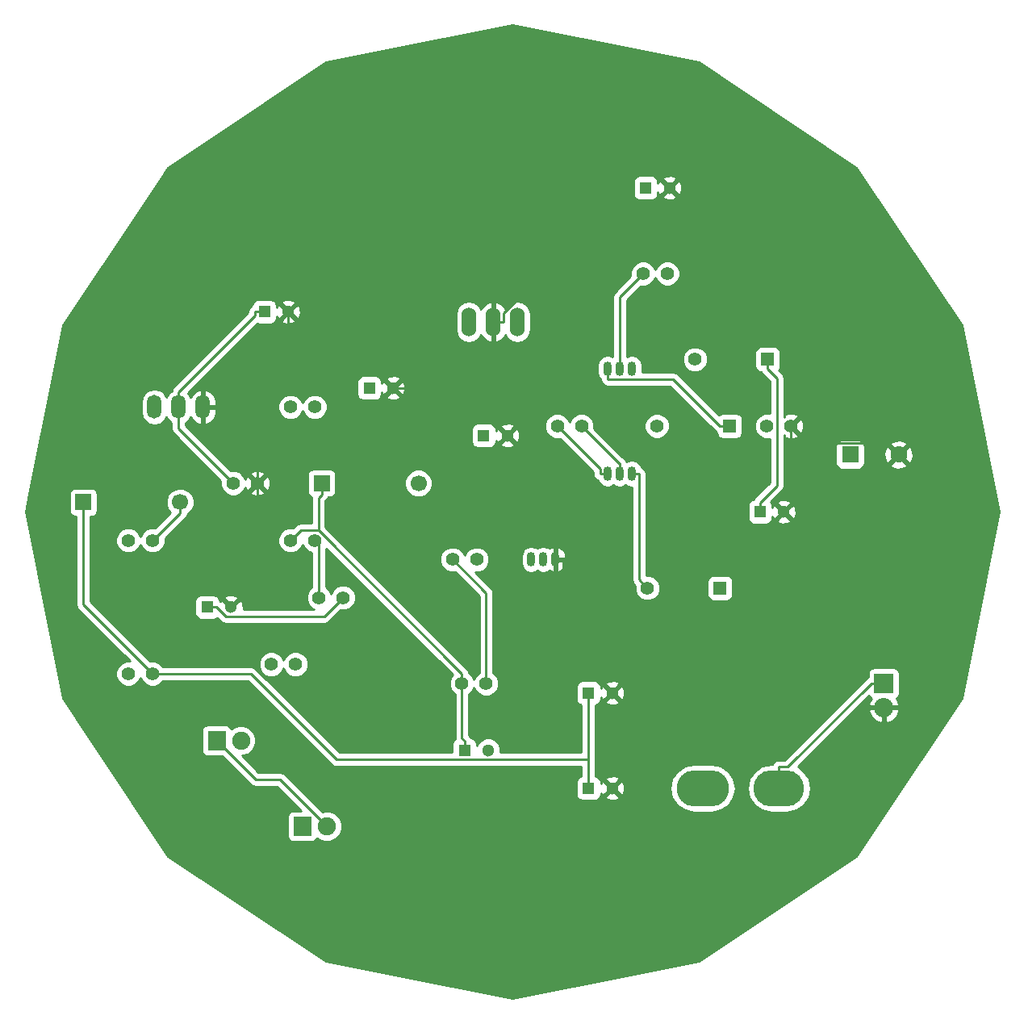
<source format=gbl>
G04 #@! TF.FileFunction,Copper,L2,Bot,Signal*
%FSLAX46Y46*%
G04 Gerber Fmt 4.6, Leading zero omitted, Abs format (unit mm)*
G04 Created by KiCad (PCBNEW 4.0.0-rc1-stable) date 11/15/15 04:01:34*
%MOMM*%
G01*
G04 APERTURE LIST*
%ADD10C,0.100000*%
%ADD11R,2.032000X2.032000*%
%ADD12O,2.032000X2.032000*%
%ADD13R,1.300000X1.300000*%
%ADD14C,1.300000*%
%ADD15R,1.397000X1.397000*%
%ADD16C,1.397000*%
%ADD17R,1.900000X2.000000*%
%ADD18C,1.900000*%
%ADD19O,5.500000X3.800000*%
%ADD20O,5.300000X3.800000*%
%ADD21C,1.699260*%
%ADD22R,1.699260X1.699260*%
%ADD23R,1.778000X1.778000*%
%ADD24C,1.778000*%
%ADD25O,0.899160X1.501140*%
%ADD26O,1.524000X3.048000*%
%ADD27O,1.501140X2.499360*%
%ADD28C,0.250000*%
%ADD29C,0.254000*%
G04 APERTURE END LIST*
D10*
D11*
X134000000Y-112000000D03*
D12*
X134000000Y-114540000D03*
D13*
X103000000Y-113000000D03*
D14*
X105500000Y-113000000D03*
D13*
X103000000Y-123000000D03*
D14*
X105500000Y-123000000D03*
D13*
X109000000Y-60000000D03*
D14*
X111500000Y-60000000D03*
D13*
X80000000Y-81000000D03*
D14*
X82500000Y-81000000D03*
D13*
X92000000Y-86000000D03*
D14*
X94500000Y-86000000D03*
D13*
X90000000Y-119000000D03*
D14*
X92500000Y-119000000D03*
D13*
X69000000Y-73000000D03*
D14*
X71500000Y-73000000D03*
D13*
X63000000Y-104000000D03*
D14*
X65500000Y-104000000D03*
D13*
X121000000Y-94000000D03*
D14*
X123500000Y-94000000D03*
D15*
X116810000Y-102000000D03*
D16*
X109190000Y-102000000D03*
D15*
X117810000Y-85000000D03*
D16*
X110190000Y-85000000D03*
D17*
X64000000Y-118000000D03*
D18*
X66540000Y-118000000D03*
D17*
X73000000Y-127000000D03*
D18*
X75540000Y-127000000D03*
D15*
X121810000Y-78000000D03*
D16*
X114190000Y-78000000D03*
D19*
X115000000Y-123000000D03*
D20*
X123000000Y-123000000D03*
D21*
X85160520Y-90997460D03*
D22*
X75000520Y-90997460D03*
D21*
X60160520Y-92997460D03*
D22*
X50000520Y-92997460D03*
D23*
X130460000Y-88000000D03*
D24*
X135540000Y-88000000D03*
D25*
X98270000Y-99000000D03*
X99540000Y-99000000D03*
X97000000Y-99000000D03*
X106270000Y-79000000D03*
X107540000Y-79000000D03*
X105000000Y-79000000D03*
X106270000Y-90000000D03*
X107540000Y-90000000D03*
X105000000Y-90000000D03*
D16*
X54730000Y-97000000D03*
X57270000Y-97000000D03*
X121730000Y-85000000D03*
X124270000Y-85000000D03*
X99730000Y-85000000D03*
X102270000Y-85000000D03*
X88730000Y-99000000D03*
X91270000Y-99000000D03*
X69730000Y-110000000D03*
X72270000Y-110000000D03*
X89730000Y-112000000D03*
X92270000Y-112000000D03*
X71730000Y-83000000D03*
X74270000Y-83000000D03*
X71730000Y-97000000D03*
X74270000Y-97000000D03*
X74730000Y-103000000D03*
X77270000Y-103000000D03*
X65730000Y-91000000D03*
X68270000Y-91000000D03*
X54730000Y-111000000D03*
X57270000Y-111000000D03*
X108730000Y-69000000D03*
X111270000Y-69000000D03*
D26*
X93000000Y-74080000D03*
X90460000Y-74080000D03*
X95540000Y-74080000D03*
D27*
X60000000Y-83000000D03*
X57460000Y-83000000D03*
X62540000Y-83000000D03*
D28*
X123884000Y-120774700D02*
X132658700Y-112000000D01*
X123000000Y-120774700D02*
X123884000Y-120774700D01*
X123000000Y-123000000D02*
X123000000Y-120774700D01*
X134000000Y-112000000D02*
X132658700Y-112000000D01*
X62540000Y-83000000D02*
X63615900Y-83000000D01*
X71500000Y-75990800D02*
X71500000Y-73000000D01*
X64994200Y-82496600D02*
X64994200Y-83000000D01*
X71500000Y-75990800D02*
X64994200Y-82496600D01*
X64994200Y-83000000D02*
X63615900Y-83000000D01*
X77490800Y-75990800D02*
X82500000Y-81000000D01*
X71500000Y-75990800D02*
X77490800Y-75990800D01*
X93000000Y-81000000D02*
X82500000Y-81000000D01*
X93000000Y-84500000D02*
X94500000Y-86000000D01*
X93000000Y-81000000D02*
X93000000Y-84500000D01*
X93000000Y-81000000D02*
X93000000Y-74080000D01*
X109900700Y-61599300D02*
X111500000Y-60000000D01*
X105616600Y-61599300D02*
X109900700Y-61599300D01*
X94087300Y-73128600D02*
X105616600Y-61599300D01*
X94087300Y-74080000D02*
X94087300Y-73128600D01*
X93000000Y-74080000D02*
X94087300Y-74080000D01*
X99540000Y-91040000D02*
X99540000Y-99000000D01*
X94500000Y-86000000D02*
X99540000Y-91040000D01*
X100314900Y-107814900D02*
X105500000Y-113000000D01*
X100314900Y-99000000D02*
X100314900Y-107814900D01*
X99540000Y-99000000D02*
X100314900Y-99000000D01*
X134293400Y-86753400D02*
X135540000Y-88000000D01*
X124270000Y-86753400D02*
X134293400Y-86753400D01*
X124270000Y-85000000D02*
X124270000Y-86753400D01*
X124270000Y-93230000D02*
X123500000Y-94000000D01*
X124270000Y-86753400D02*
X124270000Y-93230000D01*
X68270000Y-86275800D02*
X68270000Y-91000000D01*
X64994200Y-83000000D02*
X68270000Y-86275800D01*
X68270000Y-101230000D02*
X65500000Y-104000000D01*
X68270000Y-91000000D02*
X68270000Y-101230000D01*
X50000500Y-103730500D02*
X50000500Y-92997500D01*
X57270000Y-111000000D02*
X50000500Y-103730500D01*
X67577800Y-111000000D02*
X57270000Y-111000000D01*
X76578800Y-120001000D02*
X67577800Y-111000000D01*
X103000000Y-120001000D02*
X76578800Y-120001000D01*
X103000000Y-123000000D02*
X103000000Y-120001000D01*
X103000000Y-120001000D02*
X103000000Y-113000000D01*
X106194100Y-88924100D02*
X106270000Y-88924100D01*
X102270000Y-85000000D02*
X106194100Y-88924100D01*
X106270000Y-90000000D02*
X106270000Y-88924100D01*
X90000000Y-119000000D02*
X90000000Y-118024700D01*
X89730000Y-117754700D02*
X89730000Y-112000000D01*
X90000000Y-118024700D02*
X89730000Y-117754700D01*
X74660100Y-92512800D02*
X74660100Y-95932100D01*
X75000500Y-92172400D02*
X74660100Y-92512800D01*
X89730000Y-111002000D02*
X74660100Y-95932100D01*
X89730000Y-112000000D02*
X89730000Y-111002000D01*
X72797900Y-95932100D02*
X71730000Y-97000000D01*
X74660100Y-95932100D02*
X72797900Y-95932100D01*
X75000500Y-90997500D02*
X75000500Y-92172400D01*
X92270000Y-102540000D02*
X88730000Y-99000000D01*
X92270000Y-112000000D02*
X92270000Y-102540000D01*
X68024700Y-73400200D02*
X68024700Y-73000000D01*
X60000000Y-81424900D02*
X68024700Y-73400200D01*
X60000000Y-83000000D02*
X60000000Y-81424900D01*
X69000000Y-73000000D02*
X68024700Y-73000000D01*
X60000000Y-85270000D02*
X60000000Y-83000000D01*
X65730000Y-91000000D02*
X60000000Y-85270000D01*
X64950600Y-104975300D02*
X63975300Y-104000000D01*
X75294700Y-104975300D02*
X64950600Y-104975300D01*
X77270000Y-103000000D02*
X75294700Y-104975300D01*
X63000000Y-104000000D02*
X63975300Y-104000000D01*
X104225100Y-89495100D02*
X104225100Y-90000000D01*
X99730000Y-85000000D02*
X104225100Y-89495100D01*
X105000000Y-90000000D02*
X104225100Y-90000000D01*
X122762600Y-91262100D02*
X121000000Y-93024700D01*
X122762600Y-79976400D02*
X122762600Y-91262100D01*
X121810000Y-79023800D02*
X122762600Y-79976400D01*
X121810000Y-78000000D02*
X121810000Y-79023800D01*
X121000000Y-94000000D02*
X121000000Y-93024700D01*
X108314900Y-101124900D02*
X109190000Y-102000000D01*
X108314900Y-90000000D02*
X108314900Y-101124900D01*
X107540000Y-90000000D02*
X108314900Y-90000000D01*
X111862100Y-80075900D02*
X116786200Y-85000000D01*
X105000000Y-80075900D02*
X111862100Y-80075900D01*
X105000000Y-79000000D02*
X105000000Y-80075900D01*
X117810000Y-85000000D02*
X116786200Y-85000000D01*
X70614200Y-122074200D02*
X75540000Y-127000000D01*
X68074200Y-122074200D02*
X70614200Y-122074200D01*
X64000000Y-118000000D02*
X68074200Y-122074200D01*
X60160500Y-94109500D02*
X60160500Y-92997500D01*
X57270000Y-97000000D02*
X60160500Y-94109500D01*
X106270000Y-71460000D02*
X106270000Y-79000000D01*
X108730000Y-69000000D02*
X106270000Y-71460000D01*
X74730000Y-97460000D02*
X74270000Y-97000000D01*
X74730000Y-103000000D02*
X74730000Y-97460000D01*
D29*
G36*
X114537800Y-46831577D02*
X131101148Y-57898852D01*
X142168423Y-74462200D01*
X146054733Y-94000000D01*
X142168423Y-113537800D01*
X131101148Y-130101148D01*
X114537800Y-141168423D01*
X95000000Y-145054733D01*
X75462200Y-141168423D01*
X58898852Y-130101148D01*
X50144946Y-117000000D01*
X62402560Y-117000000D01*
X62402560Y-119000000D01*
X62446838Y-119235317D01*
X62585910Y-119451441D01*
X62798110Y-119596431D01*
X63050000Y-119647440D01*
X64572638Y-119647440D01*
X67536799Y-122611601D01*
X67783361Y-122776348D01*
X68074200Y-122834200D01*
X70299398Y-122834200D01*
X72817758Y-125352560D01*
X72050000Y-125352560D01*
X71814683Y-125396838D01*
X71598559Y-125535910D01*
X71453569Y-125748110D01*
X71402560Y-126000000D01*
X71402560Y-128000000D01*
X71446838Y-128235317D01*
X71585910Y-128451441D01*
X71798110Y-128596431D01*
X72050000Y-128647440D01*
X73950000Y-128647440D01*
X74185317Y-128603162D01*
X74401441Y-128464090D01*
X74546431Y-128251890D01*
X74547055Y-128248808D01*
X74640997Y-128342914D01*
X75223341Y-128584724D01*
X75853893Y-128585275D01*
X76436657Y-128344481D01*
X76882914Y-127899003D01*
X77124724Y-127316659D01*
X77125275Y-126686107D01*
X76884481Y-126103343D01*
X76439003Y-125657086D01*
X75856659Y-125415276D01*
X75226107Y-125414725D01*
X75087004Y-125472202D01*
X71151601Y-121536799D01*
X70905039Y-121372052D01*
X70614200Y-121314200D01*
X68389002Y-121314200D01*
X66659907Y-119585105D01*
X66853893Y-119585275D01*
X67436657Y-119344481D01*
X67882914Y-118899003D01*
X68124724Y-118316659D01*
X68125275Y-117686107D01*
X67884481Y-117103343D01*
X67439003Y-116657086D01*
X66856659Y-116415276D01*
X66226107Y-116414725D01*
X65643343Y-116655519D01*
X65545663Y-116753029D01*
X65414090Y-116548559D01*
X65201890Y-116403569D01*
X64950000Y-116352560D01*
X63050000Y-116352560D01*
X62814683Y-116396838D01*
X62598559Y-116535910D01*
X62453569Y-116748110D01*
X62402560Y-117000000D01*
X50144946Y-117000000D01*
X47831577Y-113537800D01*
X43945267Y-94000000D01*
X44313686Y-92147830D01*
X48503450Y-92147830D01*
X48503450Y-93847090D01*
X48547728Y-94082407D01*
X48686800Y-94298531D01*
X48899000Y-94443521D01*
X49150890Y-94494530D01*
X49240500Y-94494530D01*
X49240500Y-103730500D01*
X49298352Y-104021339D01*
X49463099Y-104267901D01*
X54861812Y-109666615D01*
X54465914Y-109666269D01*
X53975620Y-109868854D01*
X53600173Y-110243647D01*
X53396732Y-110733587D01*
X53396269Y-111264086D01*
X53598854Y-111754380D01*
X53973647Y-112129827D01*
X54463587Y-112333268D01*
X54994086Y-112333731D01*
X55484380Y-112131146D01*
X55859827Y-111756353D01*
X56000094Y-111418554D01*
X56138854Y-111754380D01*
X56513647Y-112129827D01*
X57003587Y-112333268D01*
X57534086Y-112333731D01*
X58024380Y-112131146D01*
X58396174Y-111760000D01*
X67262998Y-111760000D01*
X76041399Y-120538401D01*
X76287960Y-120703148D01*
X76578800Y-120761000D01*
X102240000Y-120761000D01*
X102240000Y-121723258D01*
X102114683Y-121746838D01*
X101898559Y-121885910D01*
X101753569Y-122098110D01*
X101702560Y-122350000D01*
X101702560Y-123650000D01*
X101746838Y-123885317D01*
X101885910Y-124101441D01*
X102098110Y-124246431D01*
X102350000Y-124297440D01*
X103650000Y-124297440D01*
X103885317Y-124253162D01*
X104101441Y-124114090D01*
X104246431Y-123901890D01*
X104247012Y-123899016D01*
X104780590Y-123899016D01*
X104836271Y-124129611D01*
X105319078Y-124297622D01*
X105829428Y-124268083D01*
X106163729Y-124129611D01*
X106219410Y-123899016D01*
X105500000Y-123179605D01*
X104780590Y-123899016D01*
X104247012Y-123899016D01*
X104297440Y-123650000D01*
X104297440Y-123487615D01*
X104370389Y-123663729D01*
X104600984Y-123719410D01*
X105320395Y-123000000D01*
X105679605Y-123000000D01*
X106399016Y-123719410D01*
X106629611Y-123663729D01*
X106797622Y-123180922D01*
X106787151Y-123000000D01*
X111548684Y-123000000D01*
X111741649Y-123970103D01*
X112291168Y-124792516D01*
X113113581Y-125342035D01*
X114083684Y-125535000D01*
X115916316Y-125535000D01*
X116886419Y-125342035D01*
X117708832Y-124792516D01*
X118258351Y-123970103D01*
X118451316Y-123000000D01*
X119650643Y-123000000D01*
X119843608Y-123970103D01*
X120393127Y-124792516D01*
X121215540Y-125342035D01*
X122185643Y-125535000D01*
X123814357Y-125535000D01*
X124784460Y-125342035D01*
X125606873Y-124792516D01*
X126156392Y-123970103D01*
X126349357Y-123000000D01*
X126156392Y-122029897D01*
X125606873Y-121207484D01*
X124958948Y-120774554D01*
X130810558Y-114922944D01*
X132394025Y-114922944D01*
X132593615Y-115404818D01*
X133031621Y-115877188D01*
X133617054Y-116145983D01*
X133873000Y-116027367D01*
X133873000Y-114667000D01*
X134127000Y-114667000D01*
X134127000Y-116027367D01*
X134382946Y-116145983D01*
X134968379Y-115877188D01*
X135406385Y-115404818D01*
X135605975Y-114922944D01*
X135486836Y-114667000D01*
X134127000Y-114667000D01*
X133873000Y-114667000D01*
X132513164Y-114667000D01*
X132394025Y-114922944D01*
X130810558Y-114922944D01*
X132420519Y-113312983D01*
X132519910Y-113467441D01*
X132682948Y-113578840D01*
X132593615Y-113675182D01*
X132394025Y-114157056D01*
X132513164Y-114413000D01*
X133873000Y-114413000D01*
X133873000Y-114393000D01*
X134127000Y-114393000D01*
X134127000Y-114413000D01*
X135486836Y-114413000D01*
X135605975Y-114157056D01*
X135406385Y-113675182D01*
X135315903Y-113577602D01*
X135467441Y-113480090D01*
X135612431Y-113267890D01*
X135663440Y-113016000D01*
X135663440Y-110984000D01*
X135619162Y-110748683D01*
X135480090Y-110532559D01*
X135267890Y-110387569D01*
X135016000Y-110336560D01*
X132984000Y-110336560D01*
X132748683Y-110380838D01*
X132532559Y-110519910D01*
X132387569Y-110732110D01*
X132336560Y-110984000D01*
X132336560Y-111318767D01*
X132121299Y-111462599D01*
X123569198Y-120014700D01*
X123000000Y-120014700D01*
X122709161Y-120072552D01*
X122462599Y-120237299D01*
X122310454Y-120465000D01*
X122185643Y-120465000D01*
X121215540Y-120657965D01*
X120393127Y-121207484D01*
X119843608Y-122029897D01*
X119650643Y-123000000D01*
X118451316Y-123000000D01*
X118258351Y-122029897D01*
X117708832Y-121207484D01*
X116886419Y-120657965D01*
X115916316Y-120465000D01*
X114083684Y-120465000D01*
X113113581Y-120657965D01*
X112291168Y-121207484D01*
X111741649Y-122029897D01*
X111548684Y-123000000D01*
X106787151Y-123000000D01*
X106768083Y-122670572D01*
X106629611Y-122336271D01*
X106399016Y-122280590D01*
X105679605Y-123000000D01*
X105320395Y-123000000D01*
X104600984Y-122280590D01*
X104370389Y-122336271D01*
X104297440Y-122545902D01*
X104297440Y-122350000D01*
X104253162Y-122114683D01*
X104244347Y-122100984D01*
X104780590Y-122100984D01*
X105500000Y-122820395D01*
X106219410Y-122100984D01*
X106163729Y-121870389D01*
X105680922Y-121702378D01*
X105170572Y-121731917D01*
X104836271Y-121870389D01*
X104780590Y-122100984D01*
X104244347Y-122100984D01*
X104114090Y-121898559D01*
X103901890Y-121753569D01*
X103760000Y-121724836D01*
X103760000Y-114276742D01*
X103885317Y-114253162D01*
X104101441Y-114114090D01*
X104246431Y-113901890D01*
X104247012Y-113899016D01*
X104780590Y-113899016D01*
X104836271Y-114129611D01*
X105319078Y-114297622D01*
X105829428Y-114268083D01*
X106163729Y-114129611D01*
X106219410Y-113899016D01*
X105500000Y-113179605D01*
X104780590Y-113899016D01*
X104247012Y-113899016D01*
X104297440Y-113650000D01*
X104297440Y-113487615D01*
X104370389Y-113663729D01*
X104600984Y-113719410D01*
X105320395Y-113000000D01*
X105679605Y-113000000D01*
X106399016Y-113719410D01*
X106629611Y-113663729D01*
X106797622Y-113180922D01*
X106768083Y-112670572D01*
X106629611Y-112336271D01*
X106399016Y-112280590D01*
X105679605Y-113000000D01*
X105320395Y-113000000D01*
X104600984Y-112280590D01*
X104370389Y-112336271D01*
X104297440Y-112545902D01*
X104297440Y-112350000D01*
X104253162Y-112114683D01*
X104244347Y-112100984D01*
X104780590Y-112100984D01*
X105500000Y-112820395D01*
X106219410Y-112100984D01*
X106163729Y-111870389D01*
X105680922Y-111702378D01*
X105170572Y-111731917D01*
X104836271Y-111870389D01*
X104780590Y-112100984D01*
X104244347Y-112100984D01*
X104114090Y-111898559D01*
X103901890Y-111753569D01*
X103650000Y-111702560D01*
X102350000Y-111702560D01*
X102114683Y-111746838D01*
X101898559Y-111885910D01*
X101753569Y-112098110D01*
X101702560Y-112350000D01*
X101702560Y-113650000D01*
X101746838Y-113885317D01*
X101885910Y-114101441D01*
X102098110Y-114246431D01*
X102240000Y-114275164D01*
X102240000Y-119241000D01*
X93784791Y-119241000D01*
X93785223Y-118745519D01*
X93590005Y-118273057D01*
X93228845Y-117911265D01*
X92756724Y-117715223D01*
X92245519Y-117714777D01*
X91773057Y-117909995D01*
X91411265Y-118271155D01*
X91297440Y-118545276D01*
X91297440Y-118350000D01*
X91253162Y-118114683D01*
X91114090Y-117898559D01*
X90901890Y-117753569D01*
X90686121Y-117709875D01*
X90537401Y-117487299D01*
X90490000Y-117439898D01*
X90490000Y-113125536D01*
X90859827Y-112756353D01*
X91000094Y-112418554D01*
X91138854Y-112754380D01*
X91513647Y-113129827D01*
X92003587Y-113333268D01*
X92534086Y-113333731D01*
X93024380Y-113131146D01*
X93399827Y-112756353D01*
X93603268Y-112266413D01*
X93603731Y-111735914D01*
X93401146Y-111245620D01*
X93030000Y-110873826D01*
X93030000Y-102540000D01*
X92972148Y-102249161D01*
X92807401Y-102002599D01*
X91138187Y-100333385D01*
X91534086Y-100333731D01*
X92024380Y-100131146D01*
X92399827Y-99756353D01*
X92603268Y-99266413D01*
X92603731Y-98735914D01*
X92577267Y-98671865D01*
X95915420Y-98671865D01*
X95915420Y-99328135D01*
X95997979Y-99743186D01*
X96233086Y-100095049D01*
X96584949Y-100330156D01*
X97000000Y-100412715D01*
X97415051Y-100330156D01*
X97635000Y-100183191D01*
X97854949Y-100330156D01*
X98270000Y-100412715D01*
X98685051Y-100330156D01*
X98909238Y-100180359D01*
X99246065Y-100344981D01*
X99413000Y-100218068D01*
X99413000Y-99127000D01*
X99667000Y-99127000D01*
X99667000Y-100218068D01*
X99833935Y-100344981D01*
X100217111Y-100157706D01*
X100493420Y-99833373D01*
X100624580Y-99427990D01*
X100624580Y-99127000D01*
X99667000Y-99127000D01*
X99413000Y-99127000D01*
X99393000Y-99127000D01*
X99393000Y-98873000D01*
X99413000Y-98873000D01*
X99413000Y-97781932D01*
X99667000Y-97781932D01*
X99667000Y-98873000D01*
X100624580Y-98873000D01*
X100624580Y-98572010D01*
X100493420Y-98166627D01*
X100217111Y-97842294D01*
X99833935Y-97655019D01*
X99667000Y-97781932D01*
X99413000Y-97781932D01*
X99246065Y-97655019D01*
X98909238Y-97819641D01*
X98685051Y-97669844D01*
X98270000Y-97587285D01*
X97854949Y-97669844D01*
X97635000Y-97816809D01*
X97415051Y-97669844D01*
X97000000Y-97587285D01*
X96584949Y-97669844D01*
X96233086Y-97904951D01*
X95997979Y-98256814D01*
X95915420Y-98671865D01*
X92577267Y-98671865D01*
X92401146Y-98245620D01*
X92026353Y-97870173D01*
X91536413Y-97666732D01*
X91005914Y-97666269D01*
X90515620Y-97868854D01*
X90140173Y-98243647D01*
X89999906Y-98581446D01*
X89861146Y-98245620D01*
X89486353Y-97870173D01*
X88996413Y-97666732D01*
X88465914Y-97666269D01*
X87975620Y-97868854D01*
X87600173Y-98243647D01*
X87396732Y-98733587D01*
X87396269Y-99264086D01*
X87598854Y-99754380D01*
X87973647Y-100129827D01*
X88463587Y-100333268D01*
X88988924Y-100333726D01*
X91510000Y-102854802D01*
X91510000Y-110874464D01*
X91140173Y-111243647D01*
X90999906Y-111581446D01*
X90861146Y-111245620D01*
X90486353Y-110870173D01*
X90461745Y-110859955D01*
X90432148Y-110711161D01*
X90267401Y-110464599D01*
X75420100Y-95617298D01*
X75420100Y-92827602D01*
X75537901Y-92709801D01*
X75681741Y-92494530D01*
X75850150Y-92494530D01*
X76085467Y-92450252D01*
X76301591Y-92311180D01*
X76446581Y-92098980D01*
X76497590Y-91847090D01*
X76497590Y-91291476D01*
X83675632Y-91291476D01*
X83901178Y-91837337D01*
X84318446Y-92255334D01*
X84863913Y-92481832D01*
X85454536Y-92482348D01*
X86000397Y-92256802D01*
X86418394Y-91839534D01*
X86644892Y-91294067D01*
X86645408Y-90703444D01*
X86419862Y-90157583D01*
X86002594Y-89739586D01*
X85457127Y-89513088D01*
X84866504Y-89512572D01*
X84320643Y-89738118D01*
X83902646Y-90155386D01*
X83676148Y-90700853D01*
X83675632Y-91291476D01*
X76497590Y-91291476D01*
X76497590Y-90147830D01*
X76453312Y-89912513D01*
X76314240Y-89696389D01*
X76102040Y-89551399D01*
X75850150Y-89500390D01*
X74150890Y-89500390D01*
X73915573Y-89544668D01*
X73699449Y-89683740D01*
X73554459Y-89895940D01*
X73503450Y-90147830D01*
X73503450Y-91847090D01*
X73547728Y-92082407D01*
X73686800Y-92298531D01*
X73899000Y-92443521D01*
X73913304Y-92446418D01*
X73900100Y-92512800D01*
X73900100Y-95172100D01*
X72797900Y-95172100D01*
X72507061Y-95229952D01*
X72260499Y-95394699D01*
X71988473Y-95666725D01*
X71465914Y-95666269D01*
X70975620Y-95868854D01*
X70600173Y-96243647D01*
X70396732Y-96733587D01*
X70396269Y-97264086D01*
X70598854Y-97754380D01*
X70973647Y-98129827D01*
X71463587Y-98333268D01*
X71994086Y-98333731D01*
X72484380Y-98131146D01*
X72859827Y-97756353D01*
X73000094Y-97418554D01*
X73138854Y-97754380D01*
X73513647Y-98129827D01*
X73970000Y-98319321D01*
X73970000Y-101874464D01*
X73600173Y-102243647D01*
X73396732Y-102733587D01*
X73396269Y-103264086D01*
X73598854Y-103754380D01*
X73973647Y-104129827D01*
X74179489Y-104215300D01*
X66785659Y-104215300D01*
X66797622Y-104180922D01*
X66768083Y-103670572D01*
X66629611Y-103336271D01*
X66399016Y-103280590D01*
X65679605Y-104000000D01*
X65693748Y-104014143D01*
X65514143Y-104193748D01*
X65500000Y-104179605D01*
X65485858Y-104193748D01*
X65306252Y-104014142D01*
X65320395Y-104000000D01*
X64600984Y-103280590D01*
X64370389Y-103336271D01*
X64361569Y-103361616D01*
X64290718Y-103314275D01*
X64253162Y-103114683D01*
X64244347Y-103100984D01*
X64780590Y-103100984D01*
X65500000Y-103820395D01*
X66219410Y-103100984D01*
X66163729Y-102870389D01*
X65680922Y-102702378D01*
X65170572Y-102731917D01*
X64836271Y-102870389D01*
X64780590Y-103100984D01*
X64244347Y-103100984D01*
X64114090Y-102898559D01*
X63901890Y-102753569D01*
X63650000Y-102702560D01*
X62350000Y-102702560D01*
X62114683Y-102746838D01*
X61898559Y-102885910D01*
X61753569Y-103098110D01*
X61702560Y-103350000D01*
X61702560Y-104650000D01*
X61746838Y-104885317D01*
X61885910Y-105101441D01*
X62098110Y-105246431D01*
X62350000Y-105297440D01*
X63650000Y-105297440D01*
X63885317Y-105253162D01*
X64048594Y-105148096D01*
X64413199Y-105512701D01*
X64659761Y-105677448D01*
X64950600Y-105735300D01*
X75294700Y-105735300D01*
X75585539Y-105677448D01*
X75832101Y-105512701D01*
X77011527Y-104333275D01*
X77534086Y-104333731D01*
X78024380Y-104131146D01*
X78399827Y-103756353D01*
X78603268Y-103266413D01*
X78603731Y-102735914D01*
X78401146Y-102245620D01*
X78026353Y-101870173D01*
X77536413Y-101666732D01*
X77005914Y-101666269D01*
X76515620Y-101868854D01*
X76140173Y-102243647D01*
X75999906Y-102581446D01*
X75861146Y-102245620D01*
X75490000Y-101873826D01*
X75490000Y-97836802D01*
X88748638Y-111095440D01*
X88600173Y-111243647D01*
X88396732Y-111733587D01*
X88396269Y-112264086D01*
X88598854Y-112754380D01*
X88970000Y-113126174D01*
X88970000Y-117754700D01*
X88985031Y-117830267D01*
X88898559Y-117885910D01*
X88753569Y-118098110D01*
X88702560Y-118350000D01*
X88702560Y-119241000D01*
X76893602Y-119241000D01*
X68115201Y-110462599D01*
X67868639Y-110297852D01*
X67698888Y-110264086D01*
X68396269Y-110264086D01*
X68598854Y-110754380D01*
X68973647Y-111129827D01*
X69463587Y-111333268D01*
X69994086Y-111333731D01*
X70484380Y-111131146D01*
X70859827Y-110756353D01*
X71000094Y-110418554D01*
X71138854Y-110754380D01*
X71513647Y-111129827D01*
X72003587Y-111333268D01*
X72534086Y-111333731D01*
X73024380Y-111131146D01*
X73399827Y-110756353D01*
X73603268Y-110266413D01*
X73603731Y-109735914D01*
X73401146Y-109245620D01*
X73026353Y-108870173D01*
X72536413Y-108666732D01*
X72005914Y-108666269D01*
X71515620Y-108868854D01*
X71140173Y-109243647D01*
X70999906Y-109581446D01*
X70861146Y-109245620D01*
X70486353Y-108870173D01*
X69996413Y-108666732D01*
X69465914Y-108666269D01*
X68975620Y-108868854D01*
X68600173Y-109243647D01*
X68396732Y-109733587D01*
X68396269Y-110264086D01*
X67698888Y-110264086D01*
X67577800Y-110240000D01*
X58395536Y-110240000D01*
X58026353Y-109870173D01*
X57536413Y-109666732D01*
X57011076Y-109666274D01*
X50760500Y-103415698D01*
X50760500Y-97264086D01*
X53396269Y-97264086D01*
X53598854Y-97754380D01*
X53973647Y-98129827D01*
X54463587Y-98333268D01*
X54994086Y-98333731D01*
X55484380Y-98131146D01*
X55859827Y-97756353D01*
X56000094Y-97418554D01*
X56138854Y-97754380D01*
X56513647Y-98129827D01*
X57003587Y-98333268D01*
X57534086Y-98333731D01*
X58024380Y-98131146D01*
X58399827Y-97756353D01*
X58603268Y-97266413D01*
X58603726Y-96741076D01*
X60697901Y-94646901D01*
X60862648Y-94400340D01*
X60881421Y-94305962D01*
X61000397Y-94256802D01*
X61418394Y-93839534D01*
X61644892Y-93294067D01*
X61645408Y-92703444D01*
X61419862Y-92157583D01*
X61002594Y-91739586D01*
X60457127Y-91513088D01*
X59866504Y-91512572D01*
X59320643Y-91738118D01*
X58902646Y-92155386D01*
X58676148Y-92700853D01*
X58675632Y-93291476D01*
X58901178Y-93837337D01*
X59129320Y-94065878D01*
X57528473Y-95666725D01*
X57005914Y-95666269D01*
X56515620Y-95868854D01*
X56140173Y-96243647D01*
X55999906Y-96581446D01*
X55861146Y-96245620D01*
X55486353Y-95870173D01*
X54996413Y-95666732D01*
X54465914Y-95666269D01*
X53975620Y-95868854D01*
X53600173Y-96243647D01*
X53396732Y-96733587D01*
X53396269Y-97264086D01*
X50760500Y-97264086D01*
X50760500Y-94494530D01*
X50850150Y-94494530D01*
X51085467Y-94450252D01*
X51301591Y-94311180D01*
X51446581Y-94098980D01*
X51497590Y-93847090D01*
X51497590Y-92147830D01*
X51453312Y-91912513D01*
X51314240Y-91696389D01*
X51102040Y-91551399D01*
X50850150Y-91500390D01*
X49150890Y-91500390D01*
X48915573Y-91544668D01*
X48699449Y-91683740D01*
X48554459Y-91895940D01*
X48503450Y-92147830D01*
X44313686Y-92147830D01*
X46239926Y-82463967D01*
X56074430Y-82463967D01*
X56074430Y-83536033D01*
X56179900Y-84066268D01*
X56480254Y-84515779D01*
X56929765Y-84816133D01*
X57460000Y-84921603D01*
X57990235Y-84816133D01*
X58439746Y-84515779D01*
X58730000Y-84081384D01*
X59020254Y-84515779D01*
X59240000Y-84662609D01*
X59240000Y-85270000D01*
X59297852Y-85560839D01*
X59462599Y-85807401D01*
X64396725Y-90741527D01*
X64396269Y-91264086D01*
X64598854Y-91754380D01*
X64973647Y-92129827D01*
X65463587Y-92333268D01*
X65994086Y-92333731D01*
X66484380Y-92131146D01*
X66681681Y-91934188D01*
X67515417Y-91934188D01*
X67577071Y-92169800D01*
X68077480Y-92345927D01*
X68607199Y-92317148D01*
X68962929Y-92169800D01*
X69024583Y-91934188D01*
X68270000Y-91179605D01*
X67515417Y-91934188D01*
X66681681Y-91934188D01*
X66859827Y-91756353D01*
X66993314Y-91434882D01*
X67100200Y-91692929D01*
X67335812Y-91754583D01*
X68090395Y-91000000D01*
X68449605Y-91000000D01*
X69204188Y-91754583D01*
X69439800Y-91692929D01*
X69615927Y-91192520D01*
X69587148Y-90662801D01*
X69439800Y-90307071D01*
X69204188Y-90245417D01*
X68449605Y-91000000D01*
X68090395Y-91000000D01*
X67335812Y-90245417D01*
X67100200Y-90307071D01*
X67001917Y-90586312D01*
X66861146Y-90245620D01*
X66681652Y-90065812D01*
X67515417Y-90065812D01*
X68270000Y-90820395D01*
X69024583Y-90065812D01*
X68962929Y-89830200D01*
X68462520Y-89654073D01*
X67932801Y-89682852D01*
X67577071Y-89830200D01*
X67515417Y-90065812D01*
X66681652Y-90065812D01*
X66486353Y-89870173D01*
X65996413Y-89666732D01*
X65471076Y-89666274D01*
X61154802Y-85350000D01*
X90702560Y-85350000D01*
X90702560Y-86650000D01*
X90746838Y-86885317D01*
X90885910Y-87101441D01*
X91098110Y-87246431D01*
X91350000Y-87297440D01*
X92650000Y-87297440D01*
X92885317Y-87253162D01*
X93101441Y-87114090D01*
X93246431Y-86901890D01*
X93247012Y-86899016D01*
X93780590Y-86899016D01*
X93836271Y-87129611D01*
X94319078Y-87297622D01*
X94829428Y-87268083D01*
X95163729Y-87129611D01*
X95219410Y-86899016D01*
X94500000Y-86179605D01*
X93780590Y-86899016D01*
X93247012Y-86899016D01*
X93297440Y-86650000D01*
X93297440Y-86487615D01*
X93370389Y-86663729D01*
X93600984Y-86719410D01*
X94320395Y-86000000D01*
X94679605Y-86000000D01*
X95399016Y-86719410D01*
X95629611Y-86663729D01*
X95797622Y-86180922D01*
X95768083Y-85670572D01*
X95629611Y-85336271D01*
X95399016Y-85280590D01*
X94679605Y-86000000D01*
X94320395Y-86000000D01*
X93600984Y-85280590D01*
X93370389Y-85336271D01*
X93297440Y-85545902D01*
X93297440Y-85350000D01*
X93253162Y-85114683D01*
X93244347Y-85100984D01*
X93780590Y-85100984D01*
X94500000Y-85820395D01*
X95056308Y-85264086D01*
X98396269Y-85264086D01*
X98598854Y-85754380D01*
X98973647Y-86129827D01*
X99463587Y-86333268D01*
X99988924Y-86333726D01*
X103465100Y-89809902D01*
X103465100Y-90000000D01*
X103522952Y-90290839D01*
X103687699Y-90537401D01*
X103934261Y-90702148D01*
X103992105Y-90713654D01*
X103997979Y-90743186D01*
X104233086Y-91095049D01*
X104584949Y-91330156D01*
X105000000Y-91412715D01*
X105415051Y-91330156D01*
X105635000Y-91183191D01*
X105854949Y-91330156D01*
X106270000Y-91412715D01*
X106685051Y-91330156D01*
X106905000Y-91183191D01*
X107124949Y-91330156D01*
X107540000Y-91412715D01*
X107554900Y-91409751D01*
X107554900Y-101124900D01*
X107612752Y-101415739D01*
X107777499Y-101662301D01*
X107856725Y-101741527D01*
X107856269Y-102264086D01*
X108058854Y-102754380D01*
X108433647Y-103129827D01*
X108923587Y-103333268D01*
X109454086Y-103333731D01*
X109944380Y-103131146D01*
X110319827Y-102756353D01*
X110523268Y-102266413D01*
X110523731Y-101735914D01*
X110344236Y-101301500D01*
X115464060Y-101301500D01*
X115464060Y-102698500D01*
X115508338Y-102933817D01*
X115647410Y-103149941D01*
X115859610Y-103294931D01*
X116111500Y-103345940D01*
X117508500Y-103345940D01*
X117743817Y-103301662D01*
X117959941Y-103162590D01*
X118104931Y-102950390D01*
X118155940Y-102698500D01*
X118155940Y-101301500D01*
X118111662Y-101066183D01*
X117972590Y-100850059D01*
X117760390Y-100705069D01*
X117508500Y-100654060D01*
X116111500Y-100654060D01*
X115876183Y-100698338D01*
X115660059Y-100837410D01*
X115515069Y-101049610D01*
X115464060Y-101301500D01*
X110344236Y-101301500D01*
X110321146Y-101245620D01*
X109946353Y-100870173D01*
X109456413Y-100666732D01*
X109074900Y-100666399D01*
X109074900Y-93350000D01*
X119702560Y-93350000D01*
X119702560Y-94650000D01*
X119746838Y-94885317D01*
X119885910Y-95101441D01*
X120098110Y-95246431D01*
X120350000Y-95297440D01*
X121650000Y-95297440D01*
X121885317Y-95253162D01*
X122101441Y-95114090D01*
X122246431Y-94901890D01*
X122247012Y-94899016D01*
X122780590Y-94899016D01*
X122836271Y-95129611D01*
X123319078Y-95297622D01*
X123829428Y-95268083D01*
X124163729Y-95129611D01*
X124219410Y-94899016D01*
X123500000Y-94179605D01*
X122780590Y-94899016D01*
X122247012Y-94899016D01*
X122297440Y-94650000D01*
X122297440Y-94487615D01*
X122370389Y-94663729D01*
X122600984Y-94719410D01*
X123320395Y-94000000D01*
X123679605Y-94000000D01*
X124399016Y-94719410D01*
X124629611Y-94663729D01*
X124797622Y-94180922D01*
X124768083Y-93670572D01*
X124629611Y-93336271D01*
X124399016Y-93280590D01*
X123679605Y-94000000D01*
X123320395Y-94000000D01*
X122600984Y-93280590D01*
X122370389Y-93336271D01*
X122297440Y-93545902D01*
X122297440Y-93350000D01*
X122253162Y-93114683D01*
X122244347Y-93100984D01*
X122780590Y-93100984D01*
X123500000Y-93820395D01*
X124219410Y-93100984D01*
X124163729Y-92870389D01*
X123680922Y-92702378D01*
X123170572Y-92731917D01*
X122836271Y-92870389D01*
X122780590Y-93100984D01*
X122244347Y-93100984D01*
X122148096Y-92951406D01*
X123300001Y-91799501D01*
X123464748Y-91552939D01*
X123522600Y-91262100D01*
X123522600Y-87111000D01*
X128923560Y-87111000D01*
X128923560Y-88889000D01*
X128967838Y-89124317D01*
X129106910Y-89340441D01*
X129319110Y-89485431D01*
X129571000Y-89536440D01*
X131349000Y-89536440D01*
X131584317Y-89492162D01*
X131800441Y-89353090D01*
X131945431Y-89140890D01*
X131959341Y-89072196D01*
X134647409Y-89072196D01*
X134732467Y-89327539D01*
X135301965Y-89535516D01*
X135907700Y-89509723D01*
X136347533Y-89327539D01*
X136432591Y-89072196D01*
X135540000Y-88179605D01*
X134647409Y-89072196D01*
X131959341Y-89072196D01*
X131996440Y-88889000D01*
X131996440Y-87761965D01*
X134004484Y-87761965D01*
X134030277Y-88367700D01*
X134212461Y-88807533D01*
X134467804Y-88892591D01*
X135360395Y-88000000D01*
X135719605Y-88000000D01*
X136612196Y-88892591D01*
X136867539Y-88807533D01*
X137075516Y-88238035D01*
X137049723Y-87632300D01*
X136867539Y-87192467D01*
X136612196Y-87107409D01*
X135719605Y-88000000D01*
X135360395Y-88000000D01*
X134467804Y-87107409D01*
X134212461Y-87192467D01*
X134004484Y-87761965D01*
X131996440Y-87761965D01*
X131996440Y-87111000D01*
X131961970Y-86927804D01*
X134647409Y-86927804D01*
X135540000Y-87820395D01*
X136432591Y-86927804D01*
X136347533Y-86672461D01*
X135778035Y-86464484D01*
X135172300Y-86490277D01*
X134732467Y-86672461D01*
X134647409Y-86927804D01*
X131961970Y-86927804D01*
X131952162Y-86875683D01*
X131813090Y-86659559D01*
X131600890Y-86514569D01*
X131349000Y-86463560D01*
X129571000Y-86463560D01*
X129335683Y-86507838D01*
X129119559Y-86646910D01*
X128974569Y-86859110D01*
X128923560Y-87111000D01*
X123522600Y-87111000D01*
X123522600Y-85961638D01*
X123577071Y-86169800D01*
X124077480Y-86345927D01*
X124607199Y-86317148D01*
X124962929Y-86169800D01*
X125024583Y-85934188D01*
X124270000Y-85179605D01*
X124255858Y-85193748D01*
X124076253Y-85014143D01*
X124090395Y-85000000D01*
X124449605Y-85000000D01*
X125204188Y-85754583D01*
X125439800Y-85692929D01*
X125615927Y-85192520D01*
X125587148Y-84662801D01*
X125439800Y-84307071D01*
X125204188Y-84245417D01*
X124449605Y-85000000D01*
X124090395Y-85000000D01*
X124076253Y-84985858D01*
X124255858Y-84806253D01*
X124270000Y-84820395D01*
X125024583Y-84065812D01*
X124962929Y-83830200D01*
X124462520Y-83654073D01*
X123932801Y-83682852D01*
X123577071Y-83830200D01*
X123522600Y-84038362D01*
X123522600Y-79976400D01*
X123464748Y-79685561D01*
X123300001Y-79438999D01*
X122985778Y-79124776D01*
X123104931Y-78950390D01*
X123155940Y-78698500D01*
X123155940Y-77301500D01*
X123111662Y-77066183D01*
X122972590Y-76850059D01*
X122760390Y-76705069D01*
X122508500Y-76654060D01*
X121111500Y-76654060D01*
X120876183Y-76698338D01*
X120660059Y-76837410D01*
X120515069Y-77049610D01*
X120464060Y-77301500D01*
X120464060Y-78698500D01*
X120508338Y-78933817D01*
X120647410Y-79149941D01*
X120859610Y-79294931D01*
X121111500Y-79345940D01*
X121128767Y-79345940D01*
X121272599Y-79561201D01*
X122002600Y-80291202D01*
X122002600Y-83669301D01*
X121996413Y-83666732D01*
X121465914Y-83666269D01*
X120975620Y-83868854D01*
X120600173Y-84243647D01*
X120396732Y-84733587D01*
X120396269Y-85264086D01*
X120598854Y-85754380D01*
X120973647Y-86129827D01*
X121463587Y-86333268D01*
X121994086Y-86333731D01*
X122002600Y-86330213D01*
X122002600Y-90947298D01*
X120462599Y-92487299D01*
X120314275Y-92709282D01*
X120114683Y-92746838D01*
X119898559Y-92885910D01*
X119753569Y-93098110D01*
X119702560Y-93350000D01*
X109074900Y-93350000D01*
X109074900Y-90000000D01*
X109017048Y-89709161D01*
X108852301Y-89462599D01*
X108605739Y-89297852D01*
X108547895Y-89286346D01*
X108542021Y-89256814D01*
X108306914Y-88904951D01*
X107955051Y-88669844D01*
X107540000Y-88587285D01*
X107124949Y-88669844D01*
X106996497Y-88755673D01*
X106972148Y-88633261D01*
X106807401Y-88386699D01*
X106578665Y-88233863D01*
X103608888Y-85264086D01*
X108856269Y-85264086D01*
X109058854Y-85754380D01*
X109433647Y-86129827D01*
X109923587Y-86333268D01*
X110454086Y-86333731D01*
X110944380Y-86131146D01*
X111319827Y-85756353D01*
X111523268Y-85266413D01*
X111523731Y-84735914D01*
X111321146Y-84245620D01*
X110946353Y-83870173D01*
X110456413Y-83666732D01*
X109925914Y-83666269D01*
X109435620Y-83868854D01*
X109060173Y-84243647D01*
X108856732Y-84733587D01*
X108856269Y-85264086D01*
X103608888Y-85264086D01*
X103603275Y-85258473D01*
X103603731Y-84735914D01*
X103401146Y-84245620D01*
X103026353Y-83870173D01*
X102536413Y-83666732D01*
X102005914Y-83666269D01*
X101515620Y-83868854D01*
X101140173Y-84243647D01*
X100999906Y-84581446D01*
X100861146Y-84245620D01*
X100486353Y-83870173D01*
X99996413Y-83666732D01*
X99465914Y-83666269D01*
X98975620Y-83868854D01*
X98600173Y-84243647D01*
X98396732Y-84733587D01*
X98396269Y-85264086D01*
X95056308Y-85264086D01*
X95219410Y-85100984D01*
X95163729Y-84870389D01*
X94680922Y-84702378D01*
X94170572Y-84731917D01*
X93836271Y-84870389D01*
X93780590Y-85100984D01*
X93244347Y-85100984D01*
X93114090Y-84898559D01*
X92901890Y-84753569D01*
X92650000Y-84702560D01*
X91350000Y-84702560D01*
X91114683Y-84746838D01*
X90898559Y-84885910D01*
X90753569Y-85098110D01*
X90702560Y-85350000D01*
X61154802Y-85350000D01*
X60760000Y-84955198D01*
X60760000Y-84662609D01*
X60979746Y-84515779D01*
X61280100Y-84066268D01*
X61281950Y-84056968D01*
X61308501Y-84146677D01*
X61650056Y-84568658D01*
X62127097Y-84827810D01*
X62198725Y-84841993D01*
X62413000Y-84719339D01*
X62413000Y-83127000D01*
X62667000Y-83127000D01*
X62667000Y-84719339D01*
X62881275Y-84841993D01*
X62952903Y-84827810D01*
X63429944Y-84568658D01*
X63771499Y-84146677D01*
X63925570Y-83626110D01*
X63925570Y-83264086D01*
X70396269Y-83264086D01*
X70598854Y-83754380D01*
X70973647Y-84129827D01*
X71463587Y-84333268D01*
X71994086Y-84333731D01*
X72484380Y-84131146D01*
X72859827Y-83756353D01*
X73000094Y-83418554D01*
X73138854Y-83754380D01*
X73513647Y-84129827D01*
X74003587Y-84333268D01*
X74534086Y-84333731D01*
X75024380Y-84131146D01*
X75399827Y-83756353D01*
X75603268Y-83266413D01*
X75603731Y-82735914D01*
X75401146Y-82245620D01*
X75026353Y-81870173D01*
X74536413Y-81666732D01*
X74005914Y-81666269D01*
X73515620Y-81868854D01*
X73140173Y-82243647D01*
X72999906Y-82581446D01*
X72861146Y-82245620D01*
X72486353Y-81870173D01*
X71996413Y-81666732D01*
X71465914Y-81666269D01*
X70975620Y-81868854D01*
X70600173Y-82243647D01*
X70396732Y-82733587D01*
X70396269Y-83264086D01*
X63925570Y-83264086D01*
X63925570Y-83127000D01*
X62667000Y-83127000D01*
X62413000Y-83127000D01*
X62393000Y-83127000D01*
X62393000Y-82873000D01*
X62413000Y-82873000D01*
X62413000Y-81280661D01*
X62667000Y-81280661D01*
X62667000Y-82873000D01*
X63925570Y-82873000D01*
X63925570Y-82373890D01*
X63771499Y-81853323D01*
X63429944Y-81431342D01*
X62952903Y-81172190D01*
X62881275Y-81158007D01*
X62667000Y-81280661D01*
X62413000Y-81280661D01*
X62198725Y-81158007D01*
X62127097Y-81172190D01*
X61650056Y-81431342D01*
X61308501Y-81853323D01*
X61281950Y-81943032D01*
X61280100Y-81933732D01*
X60994059Y-81505643D01*
X62149702Y-80350000D01*
X78702560Y-80350000D01*
X78702560Y-81650000D01*
X78746838Y-81885317D01*
X78885910Y-82101441D01*
X79098110Y-82246431D01*
X79350000Y-82297440D01*
X80650000Y-82297440D01*
X80885317Y-82253162D01*
X81101441Y-82114090D01*
X81246431Y-81901890D01*
X81247012Y-81899016D01*
X81780590Y-81899016D01*
X81836271Y-82129611D01*
X82319078Y-82297622D01*
X82829428Y-82268083D01*
X83163729Y-82129611D01*
X83219410Y-81899016D01*
X82500000Y-81179605D01*
X81780590Y-81899016D01*
X81247012Y-81899016D01*
X81297440Y-81650000D01*
X81297440Y-81487615D01*
X81370389Y-81663729D01*
X81600984Y-81719410D01*
X82320395Y-81000000D01*
X82679605Y-81000000D01*
X83399016Y-81719410D01*
X83629611Y-81663729D01*
X83797622Y-81180922D01*
X83768083Y-80670572D01*
X83629611Y-80336271D01*
X83399016Y-80280590D01*
X82679605Y-81000000D01*
X82320395Y-81000000D01*
X81600984Y-80280590D01*
X81370389Y-80336271D01*
X81297440Y-80545902D01*
X81297440Y-80350000D01*
X81253162Y-80114683D01*
X81244347Y-80100984D01*
X81780590Y-80100984D01*
X82500000Y-80820395D01*
X83219410Y-80100984D01*
X83163729Y-79870389D01*
X82680922Y-79702378D01*
X82170572Y-79731917D01*
X81836271Y-79870389D01*
X81780590Y-80100984D01*
X81244347Y-80100984D01*
X81114090Y-79898559D01*
X80901890Y-79753569D01*
X80650000Y-79702560D01*
X79350000Y-79702560D01*
X79114683Y-79746838D01*
X78898559Y-79885910D01*
X78753569Y-80098110D01*
X78702560Y-80350000D01*
X62149702Y-80350000D01*
X63827837Y-78671865D01*
X103915420Y-78671865D01*
X103915420Y-79328135D01*
X103997979Y-79743186D01*
X104233086Y-80095049D01*
X104245453Y-80103312D01*
X104297852Y-80366739D01*
X104462599Y-80613301D01*
X104709161Y-80778048D01*
X105000000Y-80835900D01*
X111547298Y-80835900D01*
X116248799Y-85537401D01*
X116464060Y-85681233D01*
X116464060Y-85698500D01*
X116508338Y-85933817D01*
X116647410Y-86149941D01*
X116859610Y-86294931D01*
X117111500Y-86345940D01*
X118508500Y-86345940D01*
X118743817Y-86301662D01*
X118959941Y-86162590D01*
X119104931Y-85950390D01*
X119155940Y-85698500D01*
X119155940Y-84301500D01*
X119111662Y-84066183D01*
X118972590Y-83850059D01*
X118760390Y-83705069D01*
X118508500Y-83654060D01*
X117111500Y-83654060D01*
X116876183Y-83698338D01*
X116683395Y-83822393D01*
X112399501Y-79538499D01*
X112152939Y-79373752D01*
X111862100Y-79315900D01*
X108624580Y-79315900D01*
X108624580Y-78671865D01*
X108543468Y-78264086D01*
X112856269Y-78264086D01*
X113058854Y-78754380D01*
X113433647Y-79129827D01*
X113923587Y-79333268D01*
X114454086Y-79333731D01*
X114944380Y-79131146D01*
X115319827Y-78756353D01*
X115523268Y-78266413D01*
X115523731Y-77735914D01*
X115321146Y-77245620D01*
X114946353Y-76870173D01*
X114456413Y-76666732D01*
X113925914Y-76666269D01*
X113435620Y-76868854D01*
X113060173Y-77243647D01*
X112856732Y-77733587D01*
X112856269Y-78264086D01*
X108543468Y-78264086D01*
X108542021Y-78256814D01*
X108306914Y-77904951D01*
X107955051Y-77669844D01*
X107540000Y-77587285D01*
X107124949Y-77669844D01*
X107030000Y-77733287D01*
X107030000Y-71774802D01*
X108471527Y-70333275D01*
X108994086Y-70333731D01*
X109484380Y-70131146D01*
X109859827Y-69756353D01*
X110000094Y-69418554D01*
X110138854Y-69754380D01*
X110513647Y-70129827D01*
X111003587Y-70333268D01*
X111534086Y-70333731D01*
X112024380Y-70131146D01*
X112399827Y-69756353D01*
X112603268Y-69266413D01*
X112603731Y-68735914D01*
X112401146Y-68245620D01*
X112026353Y-67870173D01*
X111536413Y-67666732D01*
X111005914Y-67666269D01*
X110515620Y-67868854D01*
X110140173Y-68243647D01*
X109999906Y-68581446D01*
X109861146Y-68245620D01*
X109486353Y-67870173D01*
X108996413Y-67666732D01*
X108465914Y-67666269D01*
X107975620Y-67868854D01*
X107600173Y-68243647D01*
X107396732Y-68733587D01*
X107396274Y-69258924D01*
X105732599Y-70922599D01*
X105567852Y-71169161D01*
X105510000Y-71460000D01*
X105510000Y-77733287D01*
X105415051Y-77669844D01*
X105000000Y-77587285D01*
X104584949Y-77669844D01*
X104233086Y-77904951D01*
X103997979Y-78256814D01*
X103915420Y-78671865D01*
X63827837Y-78671865D01*
X68227141Y-74272561D01*
X68350000Y-74297440D01*
X69650000Y-74297440D01*
X69885317Y-74253162D01*
X70101441Y-74114090D01*
X70246431Y-73901890D01*
X70247012Y-73899016D01*
X70780590Y-73899016D01*
X70836271Y-74129611D01*
X71319078Y-74297622D01*
X71829428Y-74268083D01*
X72163729Y-74129611D01*
X72219410Y-73899016D01*
X71500000Y-73179605D01*
X70780590Y-73899016D01*
X70247012Y-73899016D01*
X70297440Y-73650000D01*
X70297440Y-73487615D01*
X70370389Y-73663729D01*
X70600984Y-73719410D01*
X71320395Y-73000000D01*
X71679605Y-73000000D01*
X72399016Y-73719410D01*
X72629611Y-73663729D01*
X72764639Y-73275703D01*
X89063000Y-73275703D01*
X89063000Y-74884297D01*
X89169340Y-75418906D01*
X89472172Y-75872125D01*
X89925391Y-76174957D01*
X90460000Y-76281297D01*
X90994609Y-76174957D01*
X91447828Y-75872125D01*
X91740349Y-75434338D01*
X91757941Y-75493941D01*
X92101974Y-75919630D01*
X92582723Y-76181260D01*
X92656930Y-76196220D01*
X92873000Y-76073720D01*
X92873000Y-74207000D01*
X92853000Y-74207000D01*
X92853000Y-73953000D01*
X92873000Y-73953000D01*
X92873000Y-72086280D01*
X93127000Y-72086280D01*
X93127000Y-73953000D01*
X93147000Y-73953000D01*
X93147000Y-74207000D01*
X93127000Y-74207000D01*
X93127000Y-76073720D01*
X93343070Y-76196220D01*
X93417277Y-76181260D01*
X93898026Y-75919630D01*
X94242059Y-75493941D01*
X94259651Y-75434338D01*
X94552172Y-75872125D01*
X95005391Y-76174957D01*
X95540000Y-76281297D01*
X96074609Y-76174957D01*
X96527828Y-75872125D01*
X96830660Y-75418906D01*
X96937000Y-74884297D01*
X96937000Y-73275703D01*
X96830660Y-72741094D01*
X96527828Y-72287875D01*
X96074609Y-71985043D01*
X95540000Y-71878703D01*
X95005391Y-71985043D01*
X94552172Y-72287875D01*
X94259651Y-72725662D01*
X94242059Y-72666059D01*
X93898026Y-72240370D01*
X93417277Y-71978740D01*
X93343070Y-71963780D01*
X93127000Y-72086280D01*
X92873000Y-72086280D01*
X92656930Y-71963780D01*
X92582723Y-71978740D01*
X92101974Y-72240370D01*
X91757941Y-72666059D01*
X91740349Y-72725662D01*
X91447828Y-72287875D01*
X90994609Y-71985043D01*
X90460000Y-71878703D01*
X89925391Y-71985043D01*
X89472172Y-72287875D01*
X89169340Y-72741094D01*
X89063000Y-73275703D01*
X72764639Y-73275703D01*
X72797622Y-73180922D01*
X72768083Y-72670572D01*
X72629611Y-72336271D01*
X72399016Y-72280590D01*
X71679605Y-73000000D01*
X71320395Y-73000000D01*
X70600984Y-72280590D01*
X70370389Y-72336271D01*
X70297440Y-72545902D01*
X70297440Y-72350000D01*
X70253162Y-72114683D01*
X70244347Y-72100984D01*
X70780590Y-72100984D01*
X71500000Y-72820395D01*
X72219410Y-72100984D01*
X72163729Y-71870389D01*
X71680922Y-71702378D01*
X71170572Y-71731917D01*
X70836271Y-71870389D01*
X70780590Y-72100984D01*
X70244347Y-72100984D01*
X70114090Y-71898559D01*
X69901890Y-71753569D01*
X69650000Y-71702560D01*
X68350000Y-71702560D01*
X68114683Y-71746838D01*
X67898559Y-71885910D01*
X67753569Y-72098110D01*
X67709875Y-72313879D01*
X67487299Y-72462599D01*
X67322552Y-72709161D01*
X67264700Y-73000000D01*
X67264700Y-73085398D01*
X59462599Y-80887499D01*
X59297852Y-81134061D01*
X59260075Y-81323978D01*
X59020254Y-81484221D01*
X58730000Y-81918616D01*
X58439746Y-81484221D01*
X57990235Y-81183867D01*
X57460000Y-81078397D01*
X56929765Y-81183867D01*
X56480254Y-81484221D01*
X56179900Y-81933732D01*
X56074430Y-82463967D01*
X46239926Y-82463967D01*
X47831577Y-74462200D01*
X57929225Y-59350000D01*
X107702560Y-59350000D01*
X107702560Y-60650000D01*
X107746838Y-60885317D01*
X107885910Y-61101441D01*
X108098110Y-61246431D01*
X108350000Y-61297440D01*
X109650000Y-61297440D01*
X109885317Y-61253162D01*
X110101441Y-61114090D01*
X110246431Y-60901890D01*
X110247012Y-60899016D01*
X110780590Y-60899016D01*
X110836271Y-61129611D01*
X111319078Y-61297622D01*
X111829428Y-61268083D01*
X112163729Y-61129611D01*
X112219410Y-60899016D01*
X111500000Y-60179605D01*
X110780590Y-60899016D01*
X110247012Y-60899016D01*
X110297440Y-60650000D01*
X110297440Y-60487615D01*
X110370389Y-60663729D01*
X110600984Y-60719410D01*
X111320395Y-60000000D01*
X111679605Y-60000000D01*
X112399016Y-60719410D01*
X112629611Y-60663729D01*
X112797622Y-60180922D01*
X112768083Y-59670572D01*
X112629611Y-59336271D01*
X112399016Y-59280590D01*
X111679605Y-60000000D01*
X111320395Y-60000000D01*
X110600984Y-59280590D01*
X110370389Y-59336271D01*
X110297440Y-59545902D01*
X110297440Y-59350000D01*
X110253162Y-59114683D01*
X110244347Y-59100984D01*
X110780590Y-59100984D01*
X111500000Y-59820395D01*
X112219410Y-59100984D01*
X112163729Y-58870389D01*
X111680922Y-58702378D01*
X111170572Y-58731917D01*
X110836271Y-58870389D01*
X110780590Y-59100984D01*
X110244347Y-59100984D01*
X110114090Y-58898559D01*
X109901890Y-58753569D01*
X109650000Y-58702560D01*
X108350000Y-58702560D01*
X108114683Y-58746838D01*
X107898559Y-58885910D01*
X107753569Y-59098110D01*
X107702560Y-59350000D01*
X57929225Y-59350000D01*
X58898852Y-57898852D01*
X75462200Y-46831577D01*
X95000000Y-42945267D01*
X114537800Y-46831577D01*
X114537800Y-46831577D01*
G37*
X114537800Y-46831577D02*
X131101148Y-57898852D01*
X142168423Y-74462200D01*
X146054733Y-94000000D01*
X142168423Y-113537800D01*
X131101148Y-130101148D01*
X114537800Y-141168423D01*
X95000000Y-145054733D01*
X75462200Y-141168423D01*
X58898852Y-130101148D01*
X50144946Y-117000000D01*
X62402560Y-117000000D01*
X62402560Y-119000000D01*
X62446838Y-119235317D01*
X62585910Y-119451441D01*
X62798110Y-119596431D01*
X63050000Y-119647440D01*
X64572638Y-119647440D01*
X67536799Y-122611601D01*
X67783361Y-122776348D01*
X68074200Y-122834200D01*
X70299398Y-122834200D01*
X72817758Y-125352560D01*
X72050000Y-125352560D01*
X71814683Y-125396838D01*
X71598559Y-125535910D01*
X71453569Y-125748110D01*
X71402560Y-126000000D01*
X71402560Y-128000000D01*
X71446838Y-128235317D01*
X71585910Y-128451441D01*
X71798110Y-128596431D01*
X72050000Y-128647440D01*
X73950000Y-128647440D01*
X74185317Y-128603162D01*
X74401441Y-128464090D01*
X74546431Y-128251890D01*
X74547055Y-128248808D01*
X74640997Y-128342914D01*
X75223341Y-128584724D01*
X75853893Y-128585275D01*
X76436657Y-128344481D01*
X76882914Y-127899003D01*
X77124724Y-127316659D01*
X77125275Y-126686107D01*
X76884481Y-126103343D01*
X76439003Y-125657086D01*
X75856659Y-125415276D01*
X75226107Y-125414725D01*
X75087004Y-125472202D01*
X71151601Y-121536799D01*
X70905039Y-121372052D01*
X70614200Y-121314200D01*
X68389002Y-121314200D01*
X66659907Y-119585105D01*
X66853893Y-119585275D01*
X67436657Y-119344481D01*
X67882914Y-118899003D01*
X68124724Y-118316659D01*
X68125275Y-117686107D01*
X67884481Y-117103343D01*
X67439003Y-116657086D01*
X66856659Y-116415276D01*
X66226107Y-116414725D01*
X65643343Y-116655519D01*
X65545663Y-116753029D01*
X65414090Y-116548559D01*
X65201890Y-116403569D01*
X64950000Y-116352560D01*
X63050000Y-116352560D01*
X62814683Y-116396838D01*
X62598559Y-116535910D01*
X62453569Y-116748110D01*
X62402560Y-117000000D01*
X50144946Y-117000000D01*
X47831577Y-113537800D01*
X43945267Y-94000000D01*
X44313686Y-92147830D01*
X48503450Y-92147830D01*
X48503450Y-93847090D01*
X48547728Y-94082407D01*
X48686800Y-94298531D01*
X48899000Y-94443521D01*
X49150890Y-94494530D01*
X49240500Y-94494530D01*
X49240500Y-103730500D01*
X49298352Y-104021339D01*
X49463099Y-104267901D01*
X54861812Y-109666615D01*
X54465914Y-109666269D01*
X53975620Y-109868854D01*
X53600173Y-110243647D01*
X53396732Y-110733587D01*
X53396269Y-111264086D01*
X53598854Y-111754380D01*
X53973647Y-112129827D01*
X54463587Y-112333268D01*
X54994086Y-112333731D01*
X55484380Y-112131146D01*
X55859827Y-111756353D01*
X56000094Y-111418554D01*
X56138854Y-111754380D01*
X56513647Y-112129827D01*
X57003587Y-112333268D01*
X57534086Y-112333731D01*
X58024380Y-112131146D01*
X58396174Y-111760000D01*
X67262998Y-111760000D01*
X76041399Y-120538401D01*
X76287960Y-120703148D01*
X76578800Y-120761000D01*
X102240000Y-120761000D01*
X102240000Y-121723258D01*
X102114683Y-121746838D01*
X101898559Y-121885910D01*
X101753569Y-122098110D01*
X101702560Y-122350000D01*
X101702560Y-123650000D01*
X101746838Y-123885317D01*
X101885910Y-124101441D01*
X102098110Y-124246431D01*
X102350000Y-124297440D01*
X103650000Y-124297440D01*
X103885317Y-124253162D01*
X104101441Y-124114090D01*
X104246431Y-123901890D01*
X104247012Y-123899016D01*
X104780590Y-123899016D01*
X104836271Y-124129611D01*
X105319078Y-124297622D01*
X105829428Y-124268083D01*
X106163729Y-124129611D01*
X106219410Y-123899016D01*
X105500000Y-123179605D01*
X104780590Y-123899016D01*
X104247012Y-123899016D01*
X104297440Y-123650000D01*
X104297440Y-123487615D01*
X104370389Y-123663729D01*
X104600984Y-123719410D01*
X105320395Y-123000000D01*
X105679605Y-123000000D01*
X106399016Y-123719410D01*
X106629611Y-123663729D01*
X106797622Y-123180922D01*
X106787151Y-123000000D01*
X111548684Y-123000000D01*
X111741649Y-123970103D01*
X112291168Y-124792516D01*
X113113581Y-125342035D01*
X114083684Y-125535000D01*
X115916316Y-125535000D01*
X116886419Y-125342035D01*
X117708832Y-124792516D01*
X118258351Y-123970103D01*
X118451316Y-123000000D01*
X119650643Y-123000000D01*
X119843608Y-123970103D01*
X120393127Y-124792516D01*
X121215540Y-125342035D01*
X122185643Y-125535000D01*
X123814357Y-125535000D01*
X124784460Y-125342035D01*
X125606873Y-124792516D01*
X126156392Y-123970103D01*
X126349357Y-123000000D01*
X126156392Y-122029897D01*
X125606873Y-121207484D01*
X124958948Y-120774554D01*
X130810558Y-114922944D01*
X132394025Y-114922944D01*
X132593615Y-115404818D01*
X133031621Y-115877188D01*
X133617054Y-116145983D01*
X133873000Y-116027367D01*
X133873000Y-114667000D01*
X134127000Y-114667000D01*
X134127000Y-116027367D01*
X134382946Y-116145983D01*
X134968379Y-115877188D01*
X135406385Y-115404818D01*
X135605975Y-114922944D01*
X135486836Y-114667000D01*
X134127000Y-114667000D01*
X133873000Y-114667000D01*
X132513164Y-114667000D01*
X132394025Y-114922944D01*
X130810558Y-114922944D01*
X132420519Y-113312983D01*
X132519910Y-113467441D01*
X132682948Y-113578840D01*
X132593615Y-113675182D01*
X132394025Y-114157056D01*
X132513164Y-114413000D01*
X133873000Y-114413000D01*
X133873000Y-114393000D01*
X134127000Y-114393000D01*
X134127000Y-114413000D01*
X135486836Y-114413000D01*
X135605975Y-114157056D01*
X135406385Y-113675182D01*
X135315903Y-113577602D01*
X135467441Y-113480090D01*
X135612431Y-113267890D01*
X135663440Y-113016000D01*
X135663440Y-110984000D01*
X135619162Y-110748683D01*
X135480090Y-110532559D01*
X135267890Y-110387569D01*
X135016000Y-110336560D01*
X132984000Y-110336560D01*
X132748683Y-110380838D01*
X132532559Y-110519910D01*
X132387569Y-110732110D01*
X132336560Y-110984000D01*
X132336560Y-111318767D01*
X132121299Y-111462599D01*
X123569198Y-120014700D01*
X123000000Y-120014700D01*
X122709161Y-120072552D01*
X122462599Y-120237299D01*
X122310454Y-120465000D01*
X122185643Y-120465000D01*
X121215540Y-120657965D01*
X120393127Y-121207484D01*
X119843608Y-122029897D01*
X119650643Y-123000000D01*
X118451316Y-123000000D01*
X118258351Y-122029897D01*
X117708832Y-121207484D01*
X116886419Y-120657965D01*
X115916316Y-120465000D01*
X114083684Y-120465000D01*
X113113581Y-120657965D01*
X112291168Y-121207484D01*
X111741649Y-122029897D01*
X111548684Y-123000000D01*
X106787151Y-123000000D01*
X106768083Y-122670572D01*
X106629611Y-122336271D01*
X106399016Y-122280590D01*
X105679605Y-123000000D01*
X105320395Y-123000000D01*
X104600984Y-122280590D01*
X104370389Y-122336271D01*
X104297440Y-122545902D01*
X104297440Y-122350000D01*
X104253162Y-122114683D01*
X104244347Y-122100984D01*
X104780590Y-122100984D01*
X105500000Y-122820395D01*
X106219410Y-122100984D01*
X106163729Y-121870389D01*
X105680922Y-121702378D01*
X105170572Y-121731917D01*
X104836271Y-121870389D01*
X104780590Y-122100984D01*
X104244347Y-122100984D01*
X104114090Y-121898559D01*
X103901890Y-121753569D01*
X103760000Y-121724836D01*
X103760000Y-114276742D01*
X103885317Y-114253162D01*
X104101441Y-114114090D01*
X104246431Y-113901890D01*
X104247012Y-113899016D01*
X104780590Y-113899016D01*
X104836271Y-114129611D01*
X105319078Y-114297622D01*
X105829428Y-114268083D01*
X106163729Y-114129611D01*
X106219410Y-113899016D01*
X105500000Y-113179605D01*
X104780590Y-113899016D01*
X104247012Y-113899016D01*
X104297440Y-113650000D01*
X104297440Y-113487615D01*
X104370389Y-113663729D01*
X104600984Y-113719410D01*
X105320395Y-113000000D01*
X105679605Y-113000000D01*
X106399016Y-113719410D01*
X106629611Y-113663729D01*
X106797622Y-113180922D01*
X106768083Y-112670572D01*
X106629611Y-112336271D01*
X106399016Y-112280590D01*
X105679605Y-113000000D01*
X105320395Y-113000000D01*
X104600984Y-112280590D01*
X104370389Y-112336271D01*
X104297440Y-112545902D01*
X104297440Y-112350000D01*
X104253162Y-112114683D01*
X104244347Y-112100984D01*
X104780590Y-112100984D01*
X105500000Y-112820395D01*
X106219410Y-112100984D01*
X106163729Y-111870389D01*
X105680922Y-111702378D01*
X105170572Y-111731917D01*
X104836271Y-111870389D01*
X104780590Y-112100984D01*
X104244347Y-112100984D01*
X104114090Y-111898559D01*
X103901890Y-111753569D01*
X103650000Y-111702560D01*
X102350000Y-111702560D01*
X102114683Y-111746838D01*
X101898559Y-111885910D01*
X101753569Y-112098110D01*
X101702560Y-112350000D01*
X101702560Y-113650000D01*
X101746838Y-113885317D01*
X101885910Y-114101441D01*
X102098110Y-114246431D01*
X102240000Y-114275164D01*
X102240000Y-119241000D01*
X93784791Y-119241000D01*
X93785223Y-118745519D01*
X93590005Y-118273057D01*
X93228845Y-117911265D01*
X92756724Y-117715223D01*
X92245519Y-117714777D01*
X91773057Y-117909995D01*
X91411265Y-118271155D01*
X91297440Y-118545276D01*
X91297440Y-118350000D01*
X91253162Y-118114683D01*
X91114090Y-117898559D01*
X90901890Y-117753569D01*
X90686121Y-117709875D01*
X90537401Y-117487299D01*
X90490000Y-117439898D01*
X90490000Y-113125536D01*
X90859827Y-112756353D01*
X91000094Y-112418554D01*
X91138854Y-112754380D01*
X91513647Y-113129827D01*
X92003587Y-113333268D01*
X92534086Y-113333731D01*
X93024380Y-113131146D01*
X93399827Y-112756353D01*
X93603268Y-112266413D01*
X93603731Y-111735914D01*
X93401146Y-111245620D01*
X93030000Y-110873826D01*
X93030000Y-102540000D01*
X92972148Y-102249161D01*
X92807401Y-102002599D01*
X91138187Y-100333385D01*
X91534086Y-100333731D01*
X92024380Y-100131146D01*
X92399827Y-99756353D01*
X92603268Y-99266413D01*
X92603731Y-98735914D01*
X92577267Y-98671865D01*
X95915420Y-98671865D01*
X95915420Y-99328135D01*
X95997979Y-99743186D01*
X96233086Y-100095049D01*
X96584949Y-100330156D01*
X97000000Y-100412715D01*
X97415051Y-100330156D01*
X97635000Y-100183191D01*
X97854949Y-100330156D01*
X98270000Y-100412715D01*
X98685051Y-100330156D01*
X98909238Y-100180359D01*
X99246065Y-100344981D01*
X99413000Y-100218068D01*
X99413000Y-99127000D01*
X99667000Y-99127000D01*
X99667000Y-100218068D01*
X99833935Y-100344981D01*
X100217111Y-100157706D01*
X100493420Y-99833373D01*
X100624580Y-99427990D01*
X100624580Y-99127000D01*
X99667000Y-99127000D01*
X99413000Y-99127000D01*
X99393000Y-99127000D01*
X99393000Y-98873000D01*
X99413000Y-98873000D01*
X99413000Y-97781932D01*
X99667000Y-97781932D01*
X99667000Y-98873000D01*
X100624580Y-98873000D01*
X100624580Y-98572010D01*
X100493420Y-98166627D01*
X100217111Y-97842294D01*
X99833935Y-97655019D01*
X99667000Y-97781932D01*
X99413000Y-97781932D01*
X99246065Y-97655019D01*
X98909238Y-97819641D01*
X98685051Y-97669844D01*
X98270000Y-97587285D01*
X97854949Y-97669844D01*
X97635000Y-97816809D01*
X97415051Y-97669844D01*
X97000000Y-97587285D01*
X96584949Y-97669844D01*
X96233086Y-97904951D01*
X95997979Y-98256814D01*
X95915420Y-98671865D01*
X92577267Y-98671865D01*
X92401146Y-98245620D01*
X92026353Y-97870173D01*
X91536413Y-97666732D01*
X91005914Y-97666269D01*
X90515620Y-97868854D01*
X90140173Y-98243647D01*
X89999906Y-98581446D01*
X89861146Y-98245620D01*
X89486353Y-97870173D01*
X88996413Y-97666732D01*
X88465914Y-97666269D01*
X87975620Y-97868854D01*
X87600173Y-98243647D01*
X87396732Y-98733587D01*
X87396269Y-99264086D01*
X87598854Y-99754380D01*
X87973647Y-100129827D01*
X88463587Y-100333268D01*
X88988924Y-100333726D01*
X91510000Y-102854802D01*
X91510000Y-110874464D01*
X91140173Y-111243647D01*
X90999906Y-111581446D01*
X90861146Y-111245620D01*
X90486353Y-110870173D01*
X90461745Y-110859955D01*
X90432148Y-110711161D01*
X90267401Y-110464599D01*
X75420100Y-95617298D01*
X75420100Y-92827602D01*
X75537901Y-92709801D01*
X75681741Y-92494530D01*
X75850150Y-92494530D01*
X76085467Y-92450252D01*
X76301591Y-92311180D01*
X76446581Y-92098980D01*
X76497590Y-91847090D01*
X76497590Y-91291476D01*
X83675632Y-91291476D01*
X83901178Y-91837337D01*
X84318446Y-92255334D01*
X84863913Y-92481832D01*
X85454536Y-92482348D01*
X86000397Y-92256802D01*
X86418394Y-91839534D01*
X86644892Y-91294067D01*
X86645408Y-90703444D01*
X86419862Y-90157583D01*
X86002594Y-89739586D01*
X85457127Y-89513088D01*
X84866504Y-89512572D01*
X84320643Y-89738118D01*
X83902646Y-90155386D01*
X83676148Y-90700853D01*
X83675632Y-91291476D01*
X76497590Y-91291476D01*
X76497590Y-90147830D01*
X76453312Y-89912513D01*
X76314240Y-89696389D01*
X76102040Y-89551399D01*
X75850150Y-89500390D01*
X74150890Y-89500390D01*
X73915573Y-89544668D01*
X73699449Y-89683740D01*
X73554459Y-89895940D01*
X73503450Y-90147830D01*
X73503450Y-91847090D01*
X73547728Y-92082407D01*
X73686800Y-92298531D01*
X73899000Y-92443521D01*
X73913304Y-92446418D01*
X73900100Y-92512800D01*
X73900100Y-95172100D01*
X72797900Y-95172100D01*
X72507061Y-95229952D01*
X72260499Y-95394699D01*
X71988473Y-95666725D01*
X71465914Y-95666269D01*
X70975620Y-95868854D01*
X70600173Y-96243647D01*
X70396732Y-96733587D01*
X70396269Y-97264086D01*
X70598854Y-97754380D01*
X70973647Y-98129827D01*
X71463587Y-98333268D01*
X71994086Y-98333731D01*
X72484380Y-98131146D01*
X72859827Y-97756353D01*
X73000094Y-97418554D01*
X73138854Y-97754380D01*
X73513647Y-98129827D01*
X73970000Y-98319321D01*
X73970000Y-101874464D01*
X73600173Y-102243647D01*
X73396732Y-102733587D01*
X73396269Y-103264086D01*
X73598854Y-103754380D01*
X73973647Y-104129827D01*
X74179489Y-104215300D01*
X66785659Y-104215300D01*
X66797622Y-104180922D01*
X66768083Y-103670572D01*
X66629611Y-103336271D01*
X66399016Y-103280590D01*
X65679605Y-104000000D01*
X65693748Y-104014143D01*
X65514143Y-104193748D01*
X65500000Y-104179605D01*
X65485858Y-104193748D01*
X65306252Y-104014142D01*
X65320395Y-104000000D01*
X64600984Y-103280590D01*
X64370389Y-103336271D01*
X64361569Y-103361616D01*
X64290718Y-103314275D01*
X64253162Y-103114683D01*
X64244347Y-103100984D01*
X64780590Y-103100984D01*
X65500000Y-103820395D01*
X66219410Y-103100984D01*
X66163729Y-102870389D01*
X65680922Y-102702378D01*
X65170572Y-102731917D01*
X64836271Y-102870389D01*
X64780590Y-103100984D01*
X64244347Y-103100984D01*
X64114090Y-102898559D01*
X63901890Y-102753569D01*
X63650000Y-102702560D01*
X62350000Y-102702560D01*
X62114683Y-102746838D01*
X61898559Y-102885910D01*
X61753569Y-103098110D01*
X61702560Y-103350000D01*
X61702560Y-104650000D01*
X61746838Y-104885317D01*
X61885910Y-105101441D01*
X62098110Y-105246431D01*
X62350000Y-105297440D01*
X63650000Y-105297440D01*
X63885317Y-105253162D01*
X64048594Y-105148096D01*
X64413199Y-105512701D01*
X64659761Y-105677448D01*
X64950600Y-105735300D01*
X75294700Y-105735300D01*
X75585539Y-105677448D01*
X75832101Y-105512701D01*
X77011527Y-104333275D01*
X77534086Y-104333731D01*
X78024380Y-104131146D01*
X78399827Y-103756353D01*
X78603268Y-103266413D01*
X78603731Y-102735914D01*
X78401146Y-102245620D01*
X78026353Y-101870173D01*
X77536413Y-101666732D01*
X77005914Y-101666269D01*
X76515620Y-101868854D01*
X76140173Y-102243647D01*
X75999906Y-102581446D01*
X75861146Y-102245620D01*
X75490000Y-101873826D01*
X75490000Y-97836802D01*
X88748638Y-111095440D01*
X88600173Y-111243647D01*
X88396732Y-111733587D01*
X88396269Y-112264086D01*
X88598854Y-112754380D01*
X88970000Y-113126174D01*
X88970000Y-117754700D01*
X88985031Y-117830267D01*
X88898559Y-117885910D01*
X88753569Y-118098110D01*
X88702560Y-118350000D01*
X88702560Y-119241000D01*
X76893602Y-119241000D01*
X68115201Y-110462599D01*
X67868639Y-110297852D01*
X67698888Y-110264086D01*
X68396269Y-110264086D01*
X68598854Y-110754380D01*
X68973647Y-111129827D01*
X69463587Y-111333268D01*
X69994086Y-111333731D01*
X70484380Y-111131146D01*
X70859827Y-110756353D01*
X71000094Y-110418554D01*
X71138854Y-110754380D01*
X71513647Y-111129827D01*
X72003587Y-111333268D01*
X72534086Y-111333731D01*
X73024380Y-111131146D01*
X73399827Y-110756353D01*
X73603268Y-110266413D01*
X73603731Y-109735914D01*
X73401146Y-109245620D01*
X73026353Y-108870173D01*
X72536413Y-108666732D01*
X72005914Y-108666269D01*
X71515620Y-108868854D01*
X71140173Y-109243647D01*
X70999906Y-109581446D01*
X70861146Y-109245620D01*
X70486353Y-108870173D01*
X69996413Y-108666732D01*
X69465914Y-108666269D01*
X68975620Y-108868854D01*
X68600173Y-109243647D01*
X68396732Y-109733587D01*
X68396269Y-110264086D01*
X67698888Y-110264086D01*
X67577800Y-110240000D01*
X58395536Y-110240000D01*
X58026353Y-109870173D01*
X57536413Y-109666732D01*
X57011076Y-109666274D01*
X50760500Y-103415698D01*
X50760500Y-97264086D01*
X53396269Y-97264086D01*
X53598854Y-97754380D01*
X53973647Y-98129827D01*
X54463587Y-98333268D01*
X54994086Y-98333731D01*
X55484380Y-98131146D01*
X55859827Y-97756353D01*
X56000094Y-97418554D01*
X56138854Y-97754380D01*
X56513647Y-98129827D01*
X57003587Y-98333268D01*
X57534086Y-98333731D01*
X58024380Y-98131146D01*
X58399827Y-97756353D01*
X58603268Y-97266413D01*
X58603726Y-96741076D01*
X60697901Y-94646901D01*
X60862648Y-94400340D01*
X60881421Y-94305962D01*
X61000397Y-94256802D01*
X61418394Y-93839534D01*
X61644892Y-93294067D01*
X61645408Y-92703444D01*
X61419862Y-92157583D01*
X61002594Y-91739586D01*
X60457127Y-91513088D01*
X59866504Y-91512572D01*
X59320643Y-91738118D01*
X58902646Y-92155386D01*
X58676148Y-92700853D01*
X58675632Y-93291476D01*
X58901178Y-93837337D01*
X59129320Y-94065878D01*
X57528473Y-95666725D01*
X57005914Y-95666269D01*
X56515620Y-95868854D01*
X56140173Y-96243647D01*
X55999906Y-96581446D01*
X55861146Y-96245620D01*
X55486353Y-95870173D01*
X54996413Y-95666732D01*
X54465914Y-95666269D01*
X53975620Y-95868854D01*
X53600173Y-96243647D01*
X53396732Y-96733587D01*
X53396269Y-97264086D01*
X50760500Y-97264086D01*
X50760500Y-94494530D01*
X50850150Y-94494530D01*
X51085467Y-94450252D01*
X51301591Y-94311180D01*
X51446581Y-94098980D01*
X51497590Y-93847090D01*
X51497590Y-92147830D01*
X51453312Y-91912513D01*
X51314240Y-91696389D01*
X51102040Y-91551399D01*
X50850150Y-91500390D01*
X49150890Y-91500390D01*
X48915573Y-91544668D01*
X48699449Y-91683740D01*
X48554459Y-91895940D01*
X48503450Y-92147830D01*
X44313686Y-92147830D01*
X46239926Y-82463967D01*
X56074430Y-82463967D01*
X56074430Y-83536033D01*
X56179900Y-84066268D01*
X56480254Y-84515779D01*
X56929765Y-84816133D01*
X57460000Y-84921603D01*
X57990235Y-84816133D01*
X58439746Y-84515779D01*
X58730000Y-84081384D01*
X59020254Y-84515779D01*
X59240000Y-84662609D01*
X59240000Y-85270000D01*
X59297852Y-85560839D01*
X59462599Y-85807401D01*
X64396725Y-90741527D01*
X64396269Y-91264086D01*
X64598854Y-91754380D01*
X64973647Y-92129827D01*
X65463587Y-92333268D01*
X65994086Y-92333731D01*
X66484380Y-92131146D01*
X66681681Y-91934188D01*
X67515417Y-91934188D01*
X67577071Y-92169800D01*
X68077480Y-92345927D01*
X68607199Y-92317148D01*
X68962929Y-92169800D01*
X69024583Y-91934188D01*
X68270000Y-91179605D01*
X67515417Y-91934188D01*
X66681681Y-91934188D01*
X66859827Y-91756353D01*
X66993314Y-91434882D01*
X67100200Y-91692929D01*
X67335812Y-91754583D01*
X68090395Y-91000000D01*
X68449605Y-91000000D01*
X69204188Y-91754583D01*
X69439800Y-91692929D01*
X69615927Y-91192520D01*
X69587148Y-90662801D01*
X69439800Y-90307071D01*
X69204188Y-90245417D01*
X68449605Y-91000000D01*
X68090395Y-91000000D01*
X67335812Y-90245417D01*
X67100200Y-90307071D01*
X67001917Y-90586312D01*
X66861146Y-90245620D01*
X66681652Y-90065812D01*
X67515417Y-90065812D01*
X68270000Y-90820395D01*
X69024583Y-90065812D01*
X68962929Y-89830200D01*
X68462520Y-89654073D01*
X67932801Y-89682852D01*
X67577071Y-89830200D01*
X67515417Y-90065812D01*
X66681652Y-90065812D01*
X66486353Y-89870173D01*
X65996413Y-89666732D01*
X65471076Y-89666274D01*
X61154802Y-85350000D01*
X90702560Y-85350000D01*
X90702560Y-86650000D01*
X90746838Y-86885317D01*
X90885910Y-87101441D01*
X91098110Y-87246431D01*
X91350000Y-87297440D01*
X92650000Y-87297440D01*
X92885317Y-87253162D01*
X93101441Y-87114090D01*
X93246431Y-86901890D01*
X93247012Y-86899016D01*
X93780590Y-86899016D01*
X93836271Y-87129611D01*
X94319078Y-87297622D01*
X94829428Y-87268083D01*
X95163729Y-87129611D01*
X95219410Y-86899016D01*
X94500000Y-86179605D01*
X93780590Y-86899016D01*
X93247012Y-86899016D01*
X93297440Y-86650000D01*
X93297440Y-86487615D01*
X93370389Y-86663729D01*
X93600984Y-86719410D01*
X94320395Y-86000000D01*
X94679605Y-86000000D01*
X95399016Y-86719410D01*
X95629611Y-86663729D01*
X95797622Y-86180922D01*
X95768083Y-85670572D01*
X95629611Y-85336271D01*
X95399016Y-85280590D01*
X94679605Y-86000000D01*
X94320395Y-86000000D01*
X93600984Y-85280590D01*
X93370389Y-85336271D01*
X93297440Y-85545902D01*
X93297440Y-85350000D01*
X93253162Y-85114683D01*
X93244347Y-85100984D01*
X93780590Y-85100984D01*
X94500000Y-85820395D01*
X95056308Y-85264086D01*
X98396269Y-85264086D01*
X98598854Y-85754380D01*
X98973647Y-86129827D01*
X99463587Y-86333268D01*
X99988924Y-86333726D01*
X103465100Y-89809902D01*
X103465100Y-90000000D01*
X103522952Y-90290839D01*
X103687699Y-90537401D01*
X103934261Y-90702148D01*
X103992105Y-90713654D01*
X103997979Y-90743186D01*
X104233086Y-91095049D01*
X104584949Y-91330156D01*
X105000000Y-91412715D01*
X105415051Y-91330156D01*
X105635000Y-91183191D01*
X105854949Y-91330156D01*
X106270000Y-91412715D01*
X106685051Y-91330156D01*
X106905000Y-91183191D01*
X107124949Y-91330156D01*
X107540000Y-91412715D01*
X107554900Y-91409751D01*
X107554900Y-101124900D01*
X107612752Y-101415739D01*
X107777499Y-101662301D01*
X107856725Y-101741527D01*
X107856269Y-102264086D01*
X108058854Y-102754380D01*
X108433647Y-103129827D01*
X108923587Y-103333268D01*
X109454086Y-103333731D01*
X109944380Y-103131146D01*
X110319827Y-102756353D01*
X110523268Y-102266413D01*
X110523731Y-101735914D01*
X110344236Y-101301500D01*
X115464060Y-101301500D01*
X115464060Y-102698500D01*
X115508338Y-102933817D01*
X115647410Y-103149941D01*
X115859610Y-103294931D01*
X116111500Y-103345940D01*
X117508500Y-103345940D01*
X117743817Y-103301662D01*
X117959941Y-103162590D01*
X118104931Y-102950390D01*
X118155940Y-102698500D01*
X118155940Y-101301500D01*
X118111662Y-101066183D01*
X117972590Y-100850059D01*
X117760390Y-100705069D01*
X117508500Y-100654060D01*
X116111500Y-100654060D01*
X115876183Y-100698338D01*
X115660059Y-100837410D01*
X115515069Y-101049610D01*
X115464060Y-101301500D01*
X110344236Y-101301500D01*
X110321146Y-101245620D01*
X109946353Y-100870173D01*
X109456413Y-100666732D01*
X109074900Y-100666399D01*
X109074900Y-93350000D01*
X119702560Y-93350000D01*
X119702560Y-94650000D01*
X119746838Y-94885317D01*
X119885910Y-95101441D01*
X120098110Y-95246431D01*
X120350000Y-95297440D01*
X121650000Y-95297440D01*
X121885317Y-95253162D01*
X122101441Y-95114090D01*
X122246431Y-94901890D01*
X122247012Y-94899016D01*
X122780590Y-94899016D01*
X122836271Y-95129611D01*
X123319078Y-95297622D01*
X123829428Y-95268083D01*
X124163729Y-95129611D01*
X124219410Y-94899016D01*
X123500000Y-94179605D01*
X122780590Y-94899016D01*
X122247012Y-94899016D01*
X122297440Y-94650000D01*
X122297440Y-94487615D01*
X122370389Y-94663729D01*
X122600984Y-94719410D01*
X123320395Y-94000000D01*
X123679605Y-94000000D01*
X124399016Y-94719410D01*
X124629611Y-94663729D01*
X124797622Y-94180922D01*
X124768083Y-93670572D01*
X124629611Y-93336271D01*
X124399016Y-93280590D01*
X123679605Y-94000000D01*
X123320395Y-94000000D01*
X122600984Y-93280590D01*
X122370389Y-93336271D01*
X122297440Y-93545902D01*
X122297440Y-93350000D01*
X122253162Y-93114683D01*
X122244347Y-93100984D01*
X122780590Y-93100984D01*
X123500000Y-93820395D01*
X124219410Y-93100984D01*
X124163729Y-92870389D01*
X123680922Y-92702378D01*
X123170572Y-92731917D01*
X122836271Y-92870389D01*
X122780590Y-93100984D01*
X122244347Y-93100984D01*
X122148096Y-92951406D01*
X123300001Y-91799501D01*
X123464748Y-91552939D01*
X123522600Y-91262100D01*
X123522600Y-87111000D01*
X128923560Y-87111000D01*
X128923560Y-88889000D01*
X128967838Y-89124317D01*
X129106910Y-89340441D01*
X129319110Y-89485431D01*
X129571000Y-89536440D01*
X131349000Y-89536440D01*
X131584317Y-89492162D01*
X131800441Y-89353090D01*
X131945431Y-89140890D01*
X131959341Y-89072196D01*
X134647409Y-89072196D01*
X134732467Y-89327539D01*
X135301965Y-89535516D01*
X135907700Y-89509723D01*
X136347533Y-89327539D01*
X136432591Y-89072196D01*
X135540000Y-88179605D01*
X134647409Y-89072196D01*
X131959341Y-89072196D01*
X131996440Y-88889000D01*
X131996440Y-87761965D01*
X134004484Y-87761965D01*
X134030277Y-88367700D01*
X134212461Y-88807533D01*
X134467804Y-88892591D01*
X135360395Y-88000000D01*
X135719605Y-88000000D01*
X136612196Y-88892591D01*
X136867539Y-88807533D01*
X137075516Y-88238035D01*
X137049723Y-87632300D01*
X136867539Y-87192467D01*
X136612196Y-87107409D01*
X135719605Y-88000000D01*
X135360395Y-88000000D01*
X134467804Y-87107409D01*
X134212461Y-87192467D01*
X134004484Y-87761965D01*
X131996440Y-87761965D01*
X131996440Y-87111000D01*
X131961970Y-86927804D01*
X134647409Y-86927804D01*
X135540000Y-87820395D01*
X136432591Y-86927804D01*
X136347533Y-86672461D01*
X135778035Y-86464484D01*
X135172300Y-86490277D01*
X134732467Y-86672461D01*
X134647409Y-86927804D01*
X131961970Y-86927804D01*
X131952162Y-86875683D01*
X131813090Y-86659559D01*
X131600890Y-86514569D01*
X131349000Y-86463560D01*
X129571000Y-86463560D01*
X129335683Y-86507838D01*
X129119559Y-86646910D01*
X128974569Y-86859110D01*
X128923560Y-87111000D01*
X123522600Y-87111000D01*
X123522600Y-85961638D01*
X123577071Y-86169800D01*
X124077480Y-86345927D01*
X124607199Y-86317148D01*
X124962929Y-86169800D01*
X125024583Y-85934188D01*
X124270000Y-85179605D01*
X124255858Y-85193748D01*
X124076253Y-85014143D01*
X124090395Y-85000000D01*
X124449605Y-85000000D01*
X125204188Y-85754583D01*
X125439800Y-85692929D01*
X125615927Y-85192520D01*
X125587148Y-84662801D01*
X125439800Y-84307071D01*
X125204188Y-84245417D01*
X124449605Y-85000000D01*
X124090395Y-85000000D01*
X124076253Y-84985858D01*
X124255858Y-84806253D01*
X124270000Y-84820395D01*
X125024583Y-84065812D01*
X124962929Y-83830200D01*
X124462520Y-83654073D01*
X123932801Y-83682852D01*
X123577071Y-83830200D01*
X123522600Y-84038362D01*
X123522600Y-79976400D01*
X123464748Y-79685561D01*
X123300001Y-79438999D01*
X122985778Y-79124776D01*
X123104931Y-78950390D01*
X123155940Y-78698500D01*
X123155940Y-77301500D01*
X123111662Y-77066183D01*
X122972590Y-76850059D01*
X122760390Y-76705069D01*
X122508500Y-76654060D01*
X121111500Y-76654060D01*
X120876183Y-76698338D01*
X120660059Y-76837410D01*
X120515069Y-77049610D01*
X120464060Y-77301500D01*
X120464060Y-78698500D01*
X120508338Y-78933817D01*
X120647410Y-79149941D01*
X120859610Y-79294931D01*
X121111500Y-79345940D01*
X121128767Y-79345940D01*
X121272599Y-79561201D01*
X122002600Y-80291202D01*
X122002600Y-83669301D01*
X121996413Y-83666732D01*
X121465914Y-83666269D01*
X120975620Y-83868854D01*
X120600173Y-84243647D01*
X120396732Y-84733587D01*
X120396269Y-85264086D01*
X120598854Y-85754380D01*
X120973647Y-86129827D01*
X121463587Y-86333268D01*
X121994086Y-86333731D01*
X122002600Y-86330213D01*
X122002600Y-90947298D01*
X120462599Y-92487299D01*
X120314275Y-92709282D01*
X120114683Y-92746838D01*
X119898559Y-92885910D01*
X119753569Y-93098110D01*
X119702560Y-93350000D01*
X109074900Y-93350000D01*
X109074900Y-90000000D01*
X109017048Y-89709161D01*
X108852301Y-89462599D01*
X108605739Y-89297852D01*
X108547895Y-89286346D01*
X108542021Y-89256814D01*
X108306914Y-88904951D01*
X107955051Y-88669844D01*
X107540000Y-88587285D01*
X107124949Y-88669844D01*
X106996497Y-88755673D01*
X106972148Y-88633261D01*
X106807401Y-88386699D01*
X106578665Y-88233863D01*
X103608888Y-85264086D01*
X108856269Y-85264086D01*
X109058854Y-85754380D01*
X109433647Y-86129827D01*
X109923587Y-86333268D01*
X110454086Y-86333731D01*
X110944380Y-86131146D01*
X111319827Y-85756353D01*
X111523268Y-85266413D01*
X111523731Y-84735914D01*
X111321146Y-84245620D01*
X110946353Y-83870173D01*
X110456413Y-83666732D01*
X109925914Y-83666269D01*
X109435620Y-83868854D01*
X109060173Y-84243647D01*
X108856732Y-84733587D01*
X108856269Y-85264086D01*
X103608888Y-85264086D01*
X103603275Y-85258473D01*
X103603731Y-84735914D01*
X103401146Y-84245620D01*
X103026353Y-83870173D01*
X102536413Y-83666732D01*
X102005914Y-83666269D01*
X101515620Y-83868854D01*
X101140173Y-84243647D01*
X100999906Y-84581446D01*
X100861146Y-84245620D01*
X100486353Y-83870173D01*
X99996413Y-83666732D01*
X99465914Y-83666269D01*
X98975620Y-83868854D01*
X98600173Y-84243647D01*
X98396732Y-84733587D01*
X98396269Y-85264086D01*
X95056308Y-85264086D01*
X95219410Y-85100984D01*
X95163729Y-84870389D01*
X94680922Y-84702378D01*
X94170572Y-84731917D01*
X93836271Y-84870389D01*
X93780590Y-85100984D01*
X93244347Y-85100984D01*
X93114090Y-84898559D01*
X92901890Y-84753569D01*
X92650000Y-84702560D01*
X91350000Y-84702560D01*
X91114683Y-84746838D01*
X90898559Y-84885910D01*
X90753569Y-85098110D01*
X90702560Y-85350000D01*
X61154802Y-85350000D01*
X60760000Y-84955198D01*
X60760000Y-84662609D01*
X60979746Y-84515779D01*
X61280100Y-84066268D01*
X61281950Y-84056968D01*
X61308501Y-84146677D01*
X61650056Y-84568658D01*
X62127097Y-84827810D01*
X62198725Y-84841993D01*
X62413000Y-84719339D01*
X62413000Y-83127000D01*
X62667000Y-83127000D01*
X62667000Y-84719339D01*
X62881275Y-84841993D01*
X62952903Y-84827810D01*
X63429944Y-84568658D01*
X63771499Y-84146677D01*
X63925570Y-83626110D01*
X63925570Y-83264086D01*
X70396269Y-83264086D01*
X70598854Y-83754380D01*
X70973647Y-84129827D01*
X71463587Y-84333268D01*
X71994086Y-84333731D01*
X72484380Y-84131146D01*
X72859827Y-83756353D01*
X73000094Y-83418554D01*
X73138854Y-83754380D01*
X73513647Y-84129827D01*
X74003587Y-84333268D01*
X74534086Y-84333731D01*
X75024380Y-84131146D01*
X75399827Y-83756353D01*
X75603268Y-83266413D01*
X75603731Y-82735914D01*
X75401146Y-82245620D01*
X75026353Y-81870173D01*
X74536413Y-81666732D01*
X74005914Y-81666269D01*
X73515620Y-81868854D01*
X73140173Y-82243647D01*
X72999906Y-82581446D01*
X72861146Y-82245620D01*
X72486353Y-81870173D01*
X71996413Y-81666732D01*
X71465914Y-81666269D01*
X70975620Y-81868854D01*
X70600173Y-82243647D01*
X70396732Y-82733587D01*
X70396269Y-83264086D01*
X63925570Y-83264086D01*
X63925570Y-83127000D01*
X62667000Y-83127000D01*
X62413000Y-83127000D01*
X62393000Y-83127000D01*
X62393000Y-82873000D01*
X62413000Y-82873000D01*
X62413000Y-81280661D01*
X62667000Y-81280661D01*
X62667000Y-82873000D01*
X63925570Y-82873000D01*
X63925570Y-82373890D01*
X63771499Y-81853323D01*
X63429944Y-81431342D01*
X62952903Y-81172190D01*
X62881275Y-81158007D01*
X62667000Y-81280661D01*
X62413000Y-81280661D01*
X62198725Y-81158007D01*
X62127097Y-81172190D01*
X61650056Y-81431342D01*
X61308501Y-81853323D01*
X61281950Y-81943032D01*
X61280100Y-81933732D01*
X60994059Y-81505643D01*
X62149702Y-80350000D01*
X78702560Y-80350000D01*
X78702560Y-81650000D01*
X78746838Y-81885317D01*
X78885910Y-82101441D01*
X79098110Y-82246431D01*
X79350000Y-82297440D01*
X80650000Y-82297440D01*
X80885317Y-82253162D01*
X81101441Y-82114090D01*
X81246431Y-81901890D01*
X81247012Y-81899016D01*
X81780590Y-81899016D01*
X81836271Y-82129611D01*
X82319078Y-82297622D01*
X82829428Y-82268083D01*
X83163729Y-82129611D01*
X83219410Y-81899016D01*
X82500000Y-81179605D01*
X81780590Y-81899016D01*
X81247012Y-81899016D01*
X81297440Y-81650000D01*
X81297440Y-81487615D01*
X81370389Y-81663729D01*
X81600984Y-81719410D01*
X82320395Y-81000000D01*
X82679605Y-81000000D01*
X83399016Y-81719410D01*
X83629611Y-81663729D01*
X83797622Y-81180922D01*
X83768083Y-80670572D01*
X83629611Y-80336271D01*
X83399016Y-80280590D01*
X82679605Y-81000000D01*
X82320395Y-81000000D01*
X81600984Y-80280590D01*
X81370389Y-80336271D01*
X81297440Y-80545902D01*
X81297440Y-80350000D01*
X81253162Y-80114683D01*
X81244347Y-80100984D01*
X81780590Y-80100984D01*
X82500000Y-80820395D01*
X83219410Y-80100984D01*
X83163729Y-79870389D01*
X82680922Y-79702378D01*
X82170572Y-79731917D01*
X81836271Y-79870389D01*
X81780590Y-80100984D01*
X81244347Y-80100984D01*
X81114090Y-79898559D01*
X80901890Y-79753569D01*
X80650000Y-79702560D01*
X79350000Y-79702560D01*
X79114683Y-79746838D01*
X78898559Y-79885910D01*
X78753569Y-80098110D01*
X78702560Y-80350000D01*
X62149702Y-80350000D01*
X63827837Y-78671865D01*
X103915420Y-78671865D01*
X103915420Y-79328135D01*
X103997979Y-79743186D01*
X104233086Y-80095049D01*
X104245453Y-80103312D01*
X104297852Y-80366739D01*
X104462599Y-80613301D01*
X104709161Y-80778048D01*
X105000000Y-80835900D01*
X111547298Y-80835900D01*
X116248799Y-85537401D01*
X116464060Y-85681233D01*
X116464060Y-85698500D01*
X116508338Y-85933817D01*
X116647410Y-86149941D01*
X116859610Y-86294931D01*
X117111500Y-86345940D01*
X118508500Y-86345940D01*
X118743817Y-86301662D01*
X118959941Y-86162590D01*
X119104931Y-85950390D01*
X119155940Y-85698500D01*
X119155940Y-84301500D01*
X119111662Y-84066183D01*
X118972590Y-83850059D01*
X118760390Y-83705069D01*
X118508500Y-83654060D01*
X117111500Y-83654060D01*
X116876183Y-83698338D01*
X116683395Y-83822393D01*
X112399501Y-79538499D01*
X112152939Y-79373752D01*
X111862100Y-79315900D01*
X108624580Y-79315900D01*
X108624580Y-78671865D01*
X108543468Y-78264086D01*
X112856269Y-78264086D01*
X113058854Y-78754380D01*
X113433647Y-79129827D01*
X113923587Y-79333268D01*
X114454086Y-79333731D01*
X114944380Y-79131146D01*
X115319827Y-78756353D01*
X115523268Y-78266413D01*
X115523731Y-77735914D01*
X115321146Y-77245620D01*
X114946353Y-76870173D01*
X114456413Y-76666732D01*
X113925914Y-76666269D01*
X113435620Y-76868854D01*
X113060173Y-77243647D01*
X112856732Y-77733587D01*
X112856269Y-78264086D01*
X108543468Y-78264086D01*
X108542021Y-78256814D01*
X108306914Y-77904951D01*
X107955051Y-77669844D01*
X107540000Y-77587285D01*
X107124949Y-77669844D01*
X107030000Y-77733287D01*
X107030000Y-71774802D01*
X108471527Y-70333275D01*
X108994086Y-70333731D01*
X109484380Y-70131146D01*
X109859827Y-69756353D01*
X110000094Y-69418554D01*
X110138854Y-69754380D01*
X110513647Y-70129827D01*
X111003587Y-70333268D01*
X111534086Y-70333731D01*
X112024380Y-70131146D01*
X112399827Y-69756353D01*
X112603268Y-69266413D01*
X112603731Y-68735914D01*
X112401146Y-68245620D01*
X112026353Y-67870173D01*
X111536413Y-67666732D01*
X111005914Y-67666269D01*
X110515620Y-67868854D01*
X110140173Y-68243647D01*
X109999906Y-68581446D01*
X109861146Y-68245620D01*
X109486353Y-67870173D01*
X108996413Y-67666732D01*
X108465914Y-67666269D01*
X107975620Y-67868854D01*
X107600173Y-68243647D01*
X107396732Y-68733587D01*
X107396274Y-69258924D01*
X105732599Y-70922599D01*
X105567852Y-71169161D01*
X105510000Y-71460000D01*
X105510000Y-77733287D01*
X105415051Y-77669844D01*
X105000000Y-77587285D01*
X104584949Y-77669844D01*
X104233086Y-77904951D01*
X103997979Y-78256814D01*
X103915420Y-78671865D01*
X63827837Y-78671865D01*
X68227141Y-74272561D01*
X68350000Y-74297440D01*
X69650000Y-74297440D01*
X69885317Y-74253162D01*
X70101441Y-74114090D01*
X70246431Y-73901890D01*
X70247012Y-73899016D01*
X70780590Y-73899016D01*
X70836271Y-74129611D01*
X71319078Y-74297622D01*
X71829428Y-74268083D01*
X72163729Y-74129611D01*
X72219410Y-73899016D01*
X71500000Y-73179605D01*
X70780590Y-73899016D01*
X70247012Y-73899016D01*
X70297440Y-73650000D01*
X70297440Y-73487615D01*
X70370389Y-73663729D01*
X70600984Y-73719410D01*
X71320395Y-73000000D01*
X71679605Y-73000000D01*
X72399016Y-73719410D01*
X72629611Y-73663729D01*
X72764639Y-73275703D01*
X89063000Y-73275703D01*
X89063000Y-74884297D01*
X89169340Y-75418906D01*
X89472172Y-75872125D01*
X89925391Y-76174957D01*
X90460000Y-76281297D01*
X90994609Y-76174957D01*
X91447828Y-75872125D01*
X91740349Y-75434338D01*
X91757941Y-75493941D01*
X92101974Y-75919630D01*
X92582723Y-76181260D01*
X92656930Y-76196220D01*
X92873000Y-76073720D01*
X92873000Y-74207000D01*
X92853000Y-74207000D01*
X92853000Y-73953000D01*
X92873000Y-73953000D01*
X92873000Y-72086280D01*
X93127000Y-72086280D01*
X93127000Y-73953000D01*
X93147000Y-73953000D01*
X93147000Y-74207000D01*
X93127000Y-74207000D01*
X93127000Y-76073720D01*
X93343070Y-76196220D01*
X93417277Y-76181260D01*
X93898026Y-75919630D01*
X94242059Y-75493941D01*
X94259651Y-75434338D01*
X94552172Y-75872125D01*
X95005391Y-76174957D01*
X95540000Y-76281297D01*
X96074609Y-76174957D01*
X96527828Y-75872125D01*
X96830660Y-75418906D01*
X96937000Y-74884297D01*
X96937000Y-73275703D01*
X96830660Y-72741094D01*
X96527828Y-72287875D01*
X96074609Y-71985043D01*
X95540000Y-71878703D01*
X95005391Y-71985043D01*
X94552172Y-72287875D01*
X94259651Y-72725662D01*
X94242059Y-72666059D01*
X93898026Y-72240370D01*
X93417277Y-71978740D01*
X93343070Y-71963780D01*
X93127000Y-72086280D01*
X92873000Y-72086280D01*
X92656930Y-71963780D01*
X92582723Y-71978740D01*
X92101974Y-72240370D01*
X91757941Y-72666059D01*
X91740349Y-72725662D01*
X91447828Y-72287875D01*
X90994609Y-71985043D01*
X90460000Y-71878703D01*
X89925391Y-71985043D01*
X89472172Y-72287875D01*
X89169340Y-72741094D01*
X89063000Y-73275703D01*
X72764639Y-73275703D01*
X72797622Y-73180922D01*
X72768083Y-72670572D01*
X72629611Y-72336271D01*
X72399016Y-72280590D01*
X71679605Y-73000000D01*
X71320395Y-73000000D01*
X70600984Y-72280590D01*
X70370389Y-72336271D01*
X70297440Y-72545902D01*
X70297440Y-72350000D01*
X70253162Y-72114683D01*
X70244347Y-72100984D01*
X70780590Y-72100984D01*
X71500000Y-72820395D01*
X72219410Y-72100984D01*
X72163729Y-71870389D01*
X71680922Y-71702378D01*
X71170572Y-71731917D01*
X70836271Y-71870389D01*
X70780590Y-72100984D01*
X70244347Y-72100984D01*
X70114090Y-71898559D01*
X69901890Y-71753569D01*
X69650000Y-71702560D01*
X68350000Y-71702560D01*
X68114683Y-71746838D01*
X67898559Y-71885910D01*
X67753569Y-72098110D01*
X67709875Y-72313879D01*
X67487299Y-72462599D01*
X67322552Y-72709161D01*
X67264700Y-73000000D01*
X67264700Y-73085398D01*
X59462599Y-80887499D01*
X59297852Y-81134061D01*
X59260075Y-81323978D01*
X59020254Y-81484221D01*
X58730000Y-81918616D01*
X58439746Y-81484221D01*
X57990235Y-81183867D01*
X57460000Y-81078397D01*
X56929765Y-81183867D01*
X56480254Y-81484221D01*
X56179900Y-81933732D01*
X56074430Y-82463967D01*
X46239926Y-82463967D01*
X47831577Y-74462200D01*
X57929225Y-59350000D01*
X107702560Y-59350000D01*
X107702560Y-60650000D01*
X107746838Y-60885317D01*
X107885910Y-61101441D01*
X108098110Y-61246431D01*
X108350000Y-61297440D01*
X109650000Y-61297440D01*
X109885317Y-61253162D01*
X110101441Y-61114090D01*
X110246431Y-60901890D01*
X110247012Y-60899016D01*
X110780590Y-60899016D01*
X110836271Y-61129611D01*
X111319078Y-61297622D01*
X111829428Y-61268083D01*
X112163729Y-61129611D01*
X112219410Y-60899016D01*
X111500000Y-60179605D01*
X110780590Y-60899016D01*
X110247012Y-60899016D01*
X110297440Y-60650000D01*
X110297440Y-60487615D01*
X110370389Y-60663729D01*
X110600984Y-60719410D01*
X111320395Y-60000000D01*
X111679605Y-60000000D01*
X112399016Y-60719410D01*
X112629611Y-60663729D01*
X112797622Y-60180922D01*
X112768083Y-59670572D01*
X112629611Y-59336271D01*
X112399016Y-59280590D01*
X111679605Y-60000000D01*
X111320395Y-60000000D01*
X110600984Y-59280590D01*
X110370389Y-59336271D01*
X110297440Y-59545902D01*
X110297440Y-59350000D01*
X110253162Y-59114683D01*
X110244347Y-59100984D01*
X110780590Y-59100984D01*
X111500000Y-59820395D01*
X112219410Y-59100984D01*
X112163729Y-58870389D01*
X111680922Y-58702378D01*
X111170572Y-58731917D01*
X110836271Y-58870389D01*
X110780590Y-59100984D01*
X110244347Y-59100984D01*
X110114090Y-58898559D01*
X109901890Y-58753569D01*
X109650000Y-58702560D01*
X108350000Y-58702560D01*
X108114683Y-58746838D01*
X107898559Y-58885910D01*
X107753569Y-59098110D01*
X107702560Y-59350000D01*
X57929225Y-59350000D01*
X58898852Y-57898852D01*
X75462200Y-46831577D01*
X95000000Y-42945267D01*
X114537800Y-46831577D01*
M02*

</source>
